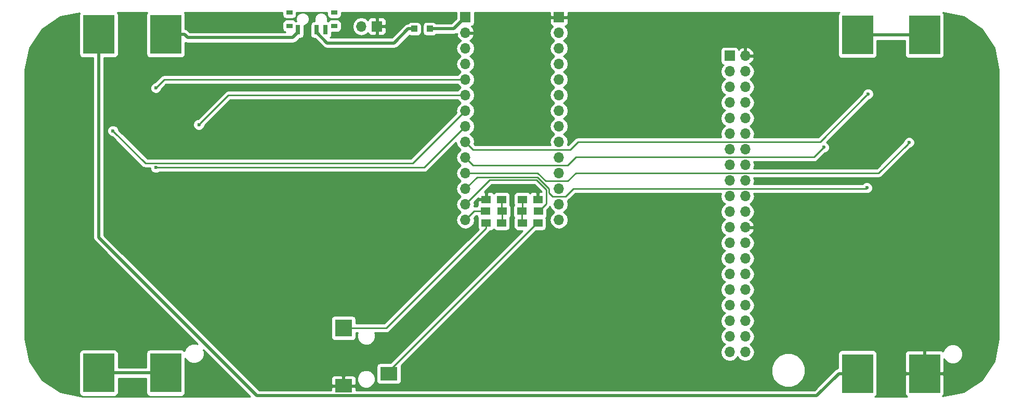
<source format=gbl>
G04 #@! TF.FileFunction,Copper,L2,Bot,Signal*
%FSLAX46Y46*%
G04 Gerber Fmt 4.6, Leading zero omitted, Abs format (unit mm)*
G04 Created by KiCad (PCBNEW 4.0.7-e0-6372~58~ubuntu16.10.1) date Tue Sep 25 01:01:21 2018*
%MOMM*%
%LPD*%
G01*
G04 APERTURE LIST*
%ADD10C,0.100000*%
%ADD11R,1.500000X1.300000*%
%ADD12R,1.700000X1.700000*%
%ADD13O,1.700000X1.700000*%
%ADD14R,1.500000X1.250000*%
%ADD15R,2.800000X2.200000*%
%ADD16R,2.800000X2.800000*%
%ADD17R,5.080000X6.350000*%
%ADD18R,1.000000X1.000000*%
%ADD19R,0.700000X1.500000*%
%ADD20R,1.000000X0.800000*%
%ADD21C,0.600000*%
%ADD22C,0.250000*%
%ADD23C,0.500000*%
%ADD24C,0.254000*%
G04 APERTURE END LIST*
D10*
D11*
X144300000Y-83100000D03*
X141600000Y-83100000D03*
D12*
X175460000Y-57800000D03*
D13*
X178000000Y-57800000D03*
X175460000Y-60340000D03*
X178000000Y-60340000D03*
X175460000Y-62880000D03*
X178000000Y-62880000D03*
X175460000Y-65420000D03*
X178000000Y-65420000D03*
X175460000Y-67960000D03*
X178000000Y-67960000D03*
X175460000Y-70500000D03*
X178000000Y-70500000D03*
X175460000Y-73040000D03*
X178000000Y-73040000D03*
X175460000Y-75580000D03*
X178000000Y-75580000D03*
X175460000Y-78120000D03*
X178000000Y-78120000D03*
X175460000Y-80660000D03*
X178000000Y-80660000D03*
X175460000Y-83200000D03*
X178000000Y-83200000D03*
X175460000Y-85740000D03*
X178000000Y-85740000D03*
X175460000Y-88280000D03*
X178000000Y-88280000D03*
X175460000Y-90820000D03*
X178000000Y-90820000D03*
X175460000Y-93360000D03*
X178000000Y-93360000D03*
X175460000Y-95900000D03*
X178000000Y-95900000D03*
X175460000Y-98440000D03*
X178000000Y-98440000D03*
X175460000Y-100980000D03*
X178000000Y-100980000D03*
X175460000Y-103520000D03*
X178000000Y-103520000D03*
X175460000Y-106060000D03*
X178000000Y-106060000D03*
D14*
X141700000Y-85000000D03*
X144200000Y-85000000D03*
X138300000Y-85000000D03*
X135800000Y-85000000D03*
X141700000Y-81200000D03*
X144200000Y-81200000D03*
X138300000Y-81200000D03*
X135800000Y-81200000D03*
D12*
X147650000Y-51499610D03*
D13*
X147650000Y-54039610D03*
X147650000Y-56579610D03*
X147650000Y-59119610D03*
X147650000Y-61659610D03*
X147650000Y-64199610D03*
X147650000Y-66739610D03*
X147650000Y-69279610D03*
X147650000Y-71819610D03*
X147650000Y-74359610D03*
X147650000Y-76899610D03*
X147650000Y-79439610D03*
X147650000Y-81979610D03*
X147650000Y-84519610D03*
D12*
X132410000Y-51499610D03*
D13*
X132410000Y-54039610D03*
X132410000Y-56579610D03*
X132410000Y-59119610D03*
X132410000Y-61659610D03*
X132410000Y-64199610D03*
X132410000Y-66739610D03*
X132410000Y-69279610D03*
X132410000Y-71819610D03*
X132410000Y-74359610D03*
X132410000Y-76899610D03*
X132410000Y-79439610D03*
X132410000Y-81979610D03*
X132410000Y-84519610D03*
D11*
X135700000Y-83100000D03*
X138400000Y-83100000D03*
D15*
X112550000Y-111550000D03*
X119950000Y-109550000D03*
D16*
X112550000Y-102150000D03*
D12*
X118000000Y-53000000D03*
D13*
X115460000Y-53000000D03*
D17*
X207200000Y-109540000D03*
X207200000Y-54400000D03*
X196290000Y-109540000D03*
X196290000Y-54400000D03*
X83600000Y-109440000D03*
X83600000Y-54300000D03*
X72690000Y-109440000D03*
X72690000Y-54300000D03*
D18*
X126600000Y-53400000D03*
X124100000Y-53400000D03*
D19*
X105150000Y-53560000D03*
X108150000Y-53560000D03*
X109650000Y-53560000D03*
D20*
X103750000Y-50700000D03*
X111050000Y-50700000D03*
X111050000Y-52910000D03*
X103750000Y-52910000D03*
D21*
X70800000Y-72700000D03*
X82000000Y-63000000D03*
X89000000Y-69000000D03*
X75000000Y-70000000D03*
X82000000Y-76000000D03*
X190800000Y-72700000D03*
X198000000Y-64000000D03*
X204700000Y-71900000D03*
X197800000Y-79300000D03*
D22*
X141600000Y-83100000D02*
X141600000Y-84900000D01*
X141600000Y-84900000D02*
X141700000Y-85000000D01*
X141700000Y-81200000D02*
X141700000Y-83000000D01*
X141700000Y-83000000D02*
X141600000Y-83100000D01*
X144200000Y-85000000D02*
X144075000Y-85000000D01*
X144075000Y-85000000D02*
X119950000Y-109125000D01*
X119950000Y-109125000D02*
X119950000Y-109550000D01*
X138400000Y-83100000D02*
X138400000Y-84900000D01*
X138400000Y-84900000D02*
X138300000Y-85000000D01*
X138300000Y-81200000D02*
X138300000Y-83000000D01*
X138300000Y-83000000D02*
X138400000Y-83100000D01*
X138400000Y-81300000D02*
X138300000Y-81200000D01*
X138300000Y-83200000D02*
X138400000Y-83100000D01*
X135800000Y-85000000D02*
X135800000Y-85875000D01*
X135800000Y-85875000D02*
X119525000Y-102150000D01*
X114200000Y-102150000D02*
X112550000Y-102150000D01*
X119525000Y-102150000D02*
X114200000Y-102150000D01*
X136389610Y-78000000D02*
X144000000Y-78000000D01*
X144000000Y-78000000D02*
X145600000Y-79600000D01*
X132410000Y-81979610D02*
X136389610Y-78000000D01*
X144400000Y-83100000D02*
X144300000Y-83100000D01*
X145600000Y-79600000D02*
X145600000Y-81900000D01*
X145600000Y-81900000D02*
X144400000Y-83100000D01*
X135700000Y-83100000D02*
X133829610Y-83100000D01*
X133829610Y-83100000D02*
X132410000Y-84519610D01*
X82000000Y-63000000D02*
X83340390Y-61659610D01*
X83340390Y-61659610D02*
X132410000Y-61659610D01*
X89299999Y-68700001D02*
X89000000Y-69000000D01*
X93800390Y-64199610D02*
X89299999Y-68700001D01*
X132410000Y-64199610D02*
X93800390Y-64199610D01*
X75000000Y-70000000D02*
X80300000Y-75300000D01*
X123849610Y-75300000D02*
X131560001Y-67589609D01*
X80300000Y-75300000D02*
X123849610Y-75300000D01*
X131560001Y-67589609D02*
X132410000Y-66739610D01*
X131560001Y-70129609D02*
X132410000Y-69279610D01*
X125689610Y-76000000D02*
X131560001Y-70129609D01*
X82000000Y-76000000D02*
X125689610Y-76000000D01*
X132410000Y-74359610D02*
X133650390Y-75600000D01*
X149100000Y-75600000D02*
X150400000Y-74300000D01*
X133650390Y-75600000D02*
X149100000Y-75600000D01*
X189200000Y-74300000D02*
X190500001Y-72999999D01*
X150400000Y-74300000D02*
X189200000Y-74300000D01*
X190500001Y-72999999D02*
X190800000Y-72700000D01*
X132410000Y-71819610D02*
X133690390Y-73100000D01*
X197700001Y-64299999D02*
X198000000Y-64000000D01*
X133690390Y-73100000D02*
X149500000Y-73100000D01*
X149500000Y-73100000D02*
X150800000Y-71800000D01*
X150800000Y-71800000D02*
X190200000Y-71800000D01*
X190200000Y-71800000D02*
X197700001Y-64299999D01*
X132410000Y-76899610D02*
X144172431Y-76899610D01*
X144172431Y-76899610D02*
X145472821Y-78200000D01*
X145472821Y-78200000D02*
X149100000Y-78200000D01*
X149100000Y-78200000D02*
X150440000Y-76860000D01*
X150440000Y-76860000D02*
X199740000Y-76860000D01*
X199740000Y-76860000D02*
X204400001Y-72199999D01*
X204400001Y-72199999D02*
X204700000Y-71900000D01*
X132410000Y-79439610D02*
X134299621Y-77549989D01*
X134299621Y-77549989D02*
X144186400Y-77549989D01*
X144186400Y-77549989D02*
X146050011Y-79413600D01*
X150000000Y-79400000D02*
X197700000Y-79400000D01*
X146050011Y-79413600D02*
X146050011Y-80113599D01*
X146050011Y-80113599D02*
X146636412Y-80700000D01*
X146636412Y-80700000D02*
X148700000Y-80700000D01*
X148700000Y-80700000D02*
X150000000Y-79400000D01*
X197700000Y-79400000D02*
X197800000Y-79300000D01*
D23*
X126600000Y-53400000D02*
X130509610Y-53400000D01*
X130509610Y-53400000D02*
X132410000Y-51499610D01*
X196290000Y-54400000D02*
X207200000Y-54400000D01*
X196290000Y-109540000D02*
X193250000Y-109540000D01*
X193250000Y-109540000D02*
X189630000Y-113160000D01*
X189630000Y-113160000D02*
X98460000Y-113160000D01*
X98460000Y-113160000D02*
X72690000Y-87390000D01*
X72690000Y-87390000D02*
X72690000Y-54300000D01*
X83600000Y-54300000D02*
X86640000Y-54300000D01*
X86640000Y-54300000D02*
X87150000Y-54810000D01*
X87150000Y-54810000D02*
X104300000Y-54810000D01*
X104300000Y-54810000D02*
X105150000Y-53960000D01*
X105150000Y-53960000D02*
X105150000Y-53560000D01*
X108150000Y-53560000D02*
X108150000Y-53960000D01*
X108150000Y-53960000D02*
X109890000Y-55700000D01*
X120800000Y-55700000D02*
X123100000Y-53400000D01*
X109890000Y-55700000D02*
X120800000Y-55700000D01*
X123100000Y-53400000D02*
X124100000Y-53400000D01*
X72690000Y-109440000D02*
X83600000Y-109440000D01*
D24*
G36*
X80463569Y-50873110D02*
X80412560Y-51125000D01*
X80412560Y-57475000D01*
X80456838Y-57710317D01*
X80595910Y-57926441D01*
X80808110Y-58071431D01*
X81060000Y-58122440D01*
X86140000Y-58122440D01*
X86375317Y-58078162D01*
X86591441Y-57939090D01*
X86736431Y-57726890D01*
X86787440Y-57475000D01*
X86787440Y-55611674D01*
X86811325Y-55627633D01*
X86867516Y-55638810D01*
X87150000Y-55695001D01*
X87150005Y-55695000D01*
X104299995Y-55695000D01*
X104300000Y-55695001D01*
X104582484Y-55638810D01*
X104638675Y-55627633D01*
X104925790Y-55435790D01*
X105404139Y-54957440D01*
X105500000Y-54957440D01*
X105735317Y-54913162D01*
X105951441Y-54774090D01*
X106096431Y-54561890D01*
X106147440Y-54310000D01*
X106147440Y-52871732D01*
X106296841Y-52810000D01*
X107152560Y-52810000D01*
X107152560Y-54310000D01*
X107196838Y-54545317D01*
X107335910Y-54761441D01*
X107548110Y-54906431D01*
X107800000Y-54957440D01*
X107895860Y-54957440D01*
X109264208Y-56325787D01*
X109264210Y-56325790D01*
X109456054Y-56453975D01*
X109551326Y-56517634D01*
X109890000Y-56585001D01*
X109890005Y-56585000D01*
X120799995Y-56585000D01*
X120800000Y-56585001D01*
X121082484Y-56528810D01*
X121138675Y-56517633D01*
X121425790Y-56325790D01*
X123292883Y-54458696D01*
X123348110Y-54496431D01*
X123600000Y-54547440D01*
X124600000Y-54547440D01*
X124835317Y-54503162D01*
X125051441Y-54364090D01*
X125196431Y-54151890D01*
X125247440Y-53900000D01*
X125247440Y-52900000D01*
X125203162Y-52664683D01*
X125064090Y-52448559D01*
X124851890Y-52303569D01*
X124600000Y-52252560D01*
X123600000Y-52252560D01*
X123364683Y-52296838D01*
X123148559Y-52435910D01*
X123093658Y-52516261D01*
X122761325Y-52582367D01*
X122474210Y-52774210D01*
X122474208Y-52774213D01*
X120433420Y-54815000D01*
X110387865Y-54815000D01*
X110451441Y-54774090D01*
X110596431Y-54561890D01*
X110647440Y-54310000D01*
X110647440Y-53957440D01*
X111550000Y-53957440D01*
X111785317Y-53913162D01*
X112001441Y-53774090D01*
X112146431Y-53561890D01*
X112197440Y-53310000D01*
X112197440Y-52970907D01*
X113975000Y-52970907D01*
X113975000Y-53029093D01*
X114088039Y-53597378D01*
X114409946Y-54079147D01*
X114891715Y-54401054D01*
X115460000Y-54514093D01*
X116028285Y-54401054D01*
X116510054Y-54079147D01*
X116539403Y-54035223D01*
X116611673Y-54209698D01*
X116790301Y-54388327D01*
X117023690Y-54485000D01*
X117714250Y-54485000D01*
X117873000Y-54326250D01*
X117873000Y-53127000D01*
X118127000Y-53127000D01*
X118127000Y-54326250D01*
X118285750Y-54485000D01*
X118976310Y-54485000D01*
X119209699Y-54388327D01*
X119388327Y-54209698D01*
X119485000Y-53976309D01*
X119485000Y-53285750D01*
X119326250Y-53127000D01*
X118127000Y-53127000D01*
X117873000Y-53127000D01*
X117853000Y-53127000D01*
X117853000Y-52873000D01*
X117873000Y-52873000D01*
X117873000Y-51673750D01*
X118127000Y-51673750D01*
X118127000Y-52873000D01*
X119326250Y-52873000D01*
X119485000Y-52714250D01*
X119485000Y-52023691D01*
X119388327Y-51790302D01*
X119209699Y-51611673D01*
X118976310Y-51515000D01*
X118285750Y-51515000D01*
X118127000Y-51673750D01*
X117873000Y-51673750D01*
X117714250Y-51515000D01*
X117023690Y-51515000D01*
X116790301Y-51611673D01*
X116611673Y-51790302D01*
X116539403Y-51964777D01*
X116510054Y-51920853D01*
X116028285Y-51598946D01*
X115460000Y-51485907D01*
X114891715Y-51598946D01*
X114409946Y-51920853D01*
X114088039Y-52402622D01*
X113975000Y-52970907D01*
X112197440Y-52970907D01*
X112197440Y-52510000D01*
X112153162Y-52274683D01*
X112014090Y-52058559D01*
X111801890Y-51913569D01*
X111550000Y-51862560D01*
X110550000Y-51862560D01*
X110314683Y-51906838D01*
X110098559Y-52045910D01*
X110016564Y-52165914D01*
X110000000Y-52162560D01*
X109924272Y-52162560D01*
X109984811Y-52016767D01*
X109985188Y-51585127D01*
X109820354Y-51186200D01*
X109515405Y-50880718D01*
X109116767Y-50715189D01*
X108685127Y-50714812D01*
X108286200Y-50879646D01*
X107980718Y-51184595D01*
X107815189Y-51583233D01*
X107814812Y-52014873D01*
X107875835Y-52162560D01*
X107800000Y-52162560D01*
X107564683Y-52206838D01*
X107348559Y-52345910D01*
X107203569Y-52558110D01*
X107152560Y-52810000D01*
X106296841Y-52810000D01*
X106513800Y-52720354D01*
X106819282Y-52415405D01*
X106984811Y-52016767D01*
X106985188Y-51585127D01*
X106820354Y-51186200D01*
X106515405Y-50880718D01*
X106116767Y-50715189D01*
X105685127Y-50714812D01*
X105286200Y-50879646D01*
X104980718Y-51184595D01*
X104815189Y-51583233D01*
X104814812Y-52014873D01*
X104875835Y-52162560D01*
X104800000Y-52162560D01*
X104783063Y-52165747D01*
X104714090Y-52058559D01*
X104501890Y-51913569D01*
X104250000Y-51862560D01*
X103250000Y-51862560D01*
X103014683Y-51906838D01*
X102798559Y-52045910D01*
X102653569Y-52258110D01*
X102602560Y-52510000D01*
X102602560Y-53310000D01*
X102646838Y-53545317D01*
X102785910Y-53761441D01*
X102998110Y-53906431D01*
X103089806Y-53925000D01*
X87516580Y-53925000D01*
X87265790Y-53674210D01*
X86978675Y-53482367D01*
X86922484Y-53471190D01*
X86787440Y-53444327D01*
X86787440Y-51125000D01*
X86743162Y-50889683D01*
X86627539Y-50710000D01*
X102602560Y-50710000D01*
X102602560Y-51100000D01*
X102646838Y-51335317D01*
X102785910Y-51551441D01*
X102998110Y-51696431D01*
X103250000Y-51747440D01*
X104250000Y-51747440D01*
X104485317Y-51703162D01*
X104701441Y-51564090D01*
X104846431Y-51351890D01*
X104897440Y-51100000D01*
X104897440Y-50710000D01*
X109902560Y-50710000D01*
X109902560Y-51100000D01*
X109946838Y-51335317D01*
X110085910Y-51551441D01*
X110298110Y-51696431D01*
X110550000Y-51747440D01*
X111550000Y-51747440D01*
X111785317Y-51703162D01*
X112001441Y-51564090D01*
X112146431Y-51351890D01*
X112197440Y-51100000D01*
X112197440Y-50710000D01*
X130912560Y-50710000D01*
X130912560Y-51745471D01*
X130143030Y-52515000D01*
X127606844Y-52515000D01*
X127564090Y-52448559D01*
X127351890Y-52303569D01*
X127100000Y-52252560D01*
X126100000Y-52252560D01*
X125864683Y-52296838D01*
X125648559Y-52435910D01*
X125503569Y-52648110D01*
X125452560Y-52900000D01*
X125452560Y-53900000D01*
X125496838Y-54135317D01*
X125635910Y-54351441D01*
X125848110Y-54496431D01*
X126100000Y-54547440D01*
X127100000Y-54547440D01*
X127335317Y-54503162D01*
X127551441Y-54364090D01*
X127605481Y-54285000D01*
X130509605Y-54285000D01*
X130509610Y-54285001D01*
X130792094Y-54228810D01*
X130848285Y-54217633D01*
X130925000Y-54166374D01*
X130925000Y-54166612D01*
X131089844Y-54166612D01*
X130968524Y-54396500D01*
X131138355Y-54806534D01*
X131528642Y-55234793D01*
X131671553Y-55301908D01*
X131330853Y-55529556D01*
X131008946Y-56011325D01*
X130895907Y-56579610D01*
X131008946Y-57147895D01*
X131330853Y-57629664D01*
X131660026Y-57849610D01*
X131330853Y-58069556D01*
X131008946Y-58551325D01*
X130895907Y-59119610D01*
X131008946Y-59687895D01*
X131330853Y-60169664D01*
X131660026Y-60389610D01*
X131330853Y-60609556D01*
X131137046Y-60899610D01*
X83340390Y-60899610D01*
X83049551Y-60957462D01*
X82802989Y-61122209D01*
X81860320Y-62064878D01*
X81814833Y-62064838D01*
X81471057Y-62206883D01*
X81207808Y-62469673D01*
X81065162Y-62813201D01*
X81064838Y-63185167D01*
X81206883Y-63528943D01*
X81469673Y-63792192D01*
X81813201Y-63934838D01*
X82185167Y-63935162D01*
X82528943Y-63793117D01*
X82792192Y-63530327D01*
X82934838Y-63186799D01*
X82934879Y-63139923D01*
X83655192Y-62419610D01*
X131137046Y-62419610D01*
X131330853Y-62709664D01*
X131660026Y-62929610D01*
X131330853Y-63149556D01*
X131137046Y-63439610D01*
X93800390Y-63439610D01*
X93509551Y-63497462D01*
X93262989Y-63662209D01*
X88860320Y-68064878D01*
X88814833Y-68064838D01*
X88471057Y-68206883D01*
X88207808Y-68469673D01*
X88065162Y-68813201D01*
X88064838Y-69185167D01*
X88206883Y-69528943D01*
X88469673Y-69792192D01*
X88813201Y-69934838D01*
X89185167Y-69935162D01*
X89528943Y-69793117D01*
X89792192Y-69530327D01*
X89934838Y-69186799D01*
X89934879Y-69139923D01*
X94115192Y-64959610D01*
X131137046Y-64959610D01*
X131330853Y-65249664D01*
X131660026Y-65469610D01*
X131330853Y-65689556D01*
X131008946Y-66171325D01*
X130895907Y-66739610D01*
X130968790Y-67106018D01*
X123534808Y-74540000D01*
X80614802Y-74540000D01*
X75935122Y-69860320D01*
X75935162Y-69814833D01*
X75793117Y-69471057D01*
X75530327Y-69207808D01*
X75186799Y-69065162D01*
X74814833Y-69064838D01*
X74471057Y-69206883D01*
X74207808Y-69469673D01*
X74065162Y-69813201D01*
X74064838Y-70185167D01*
X74206883Y-70528943D01*
X74469673Y-70792192D01*
X74813201Y-70934838D01*
X74860077Y-70934879D01*
X79762599Y-75837401D01*
X80009161Y-76002148D01*
X80300000Y-76060000D01*
X81064947Y-76060000D01*
X81064838Y-76185167D01*
X81206883Y-76528943D01*
X81469673Y-76792192D01*
X81813201Y-76934838D01*
X82185167Y-76935162D01*
X82528943Y-76793117D01*
X82562118Y-76760000D01*
X125689610Y-76760000D01*
X125980449Y-76702148D01*
X126227011Y-76537401D01*
X130904019Y-71860393D01*
X131008946Y-72387895D01*
X131330853Y-72869664D01*
X131660026Y-73089610D01*
X131330853Y-73309556D01*
X131008946Y-73791325D01*
X130895907Y-74359610D01*
X131008946Y-74927895D01*
X131330853Y-75409664D01*
X131660026Y-75629610D01*
X131330853Y-75849556D01*
X131008946Y-76331325D01*
X130895907Y-76899610D01*
X131008946Y-77467895D01*
X131330853Y-77949664D01*
X131660026Y-78169610D01*
X131330853Y-78389556D01*
X131008946Y-78871325D01*
X130895907Y-79439610D01*
X131008946Y-80007895D01*
X131330853Y-80489664D01*
X131660026Y-80709610D01*
X131330853Y-80929556D01*
X131008946Y-81411325D01*
X130895907Y-81979610D01*
X131008946Y-82547895D01*
X131330853Y-83029664D01*
X131660026Y-83249610D01*
X131330853Y-83469556D01*
X131008946Y-83951325D01*
X130895907Y-84519610D01*
X131008946Y-85087895D01*
X131330853Y-85569664D01*
X131812622Y-85891571D01*
X132380907Y-86004610D01*
X132439093Y-86004610D01*
X133007378Y-85891571D01*
X133489147Y-85569664D01*
X133811054Y-85087895D01*
X133924093Y-84519610D01*
X133851210Y-84153202D01*
X134144412Y-83860000D01*
X134323258Y-83860000D01*
X134346838Y-83985317D01*
X134449245Y-84144462D01*
X134402560Y-84375000D01*
X134402560Y-85625000D01*
X134446838Y-85860317D01*
X134561575Y-86038623D01*
X119210198Y-101390000D01*
X114597440Y-101390000D01*
X114597440Y-100750000D01*
X114553162Y-100514683D01*
X114414090Y-100298559D01*
X114201890Y-100153569D01*
X113950000Y-100102560D01*
X111150000Y-100102560D01*
X110914683Y-100146838D01*
X110698559Y-100285910D01*
X110553569Y-100498110D01*
X110502560Y-100750000D01*
X110502560Y-103550000D01*
X110546838Y-103785317D01*
X110685910Y-104001441D01*
X110898110Y-104146431D01*
X111150000Y-104197440D01*
X113950000Y-104197440D01*
X114185317Y-104153162D01*
X114401441Y-104014090D01*
X114546431Y-103801890D01*
X114597440Y-103550000D01*
X114597440Y-102910000D01*
X114866293Y-102910000D01*
X114765258Y-103153319D01*
X114764743Y-103744089D01*
X114990344Y-104290086D01*
X115407717Y-104708188D01*
X115953319Y-104934742D01*
X116544089Y-104935257D01*
X117090086Y-104709656D01*
X117508188Y-104292283D01*
X117734742Y-103746681D01*
X117735257Y-103155911D01*
X117633649Y-102910000D01*
X119525000Y-102910000D01*
X119815839Y-102852148D01*
X120062401Y-102687401D01*
X136337401Y-86412401D01*
X136430920Y-86272440D01*
X136550000Y-86272440D01*
X136785317Y-86228162D01*
X137001441Y-86089090D01*
X137049134Y-86019289D01*
X137085910Y-86076441D01*
X137298110Y-86221431D01*
X137550000Y-86272440D01*
X139050000Y-86272440D01*
X139285317Y-86228162D01*
X139501441Y-86089090D01*
X139646431Y-85876890D01*
X139697440Y-85625000D01*
X139697440Y-84375000D01*
X139653162Y-84139683D01*
X139652735Y-84139019D01*
X139746431Y-84001890D01*
X139797440Y-83750000D01*
X139797440Y-82450000D01*
X139753162Y-82214683D01*
X139650755Y-82055538D01*
X139697440Y-81825000D01*
X139697440Y-80575000D01*
X139653162Y-80339683D01*
X139514090Y-80123559D01*
X139301890Y-79978569D01*
X139050000Y-79927560D01*
X137550000Y-79927560D01*
X137314683Y-79971838D01*
X137098559Y-80110910D01*
X137052031Y-80179006D01*
X136909698Y-80036673D01*
X136676309Y-79940000D01*
X136085750Y-79940000D01*
X135927000Y-80098750D01*
X135927000Y-81073000D01*
X135947000Y-81073000D01*
X135947000Y-81327000D01*
X135927000Y-81327000D01*
X135927000Y-81347000D01*
X135673000Y-81347000D01*
X135673000Y-81327000D01*
X134573750Y-81327000D01*
X134415000Y-81485750D01*
X134415000Y-81951310D01*
X134455460Y-82048988D01*
X134353569Y-82198110D01*
X134324836Y-82340000D01*
X133852407Y-82340000D01*
X133924093Y-81979610D01*
X133851210Y-81613202D01*
X134482581Y-80981831D01*
X134573750Y-81073000D01*
X135673000Y-81073000D01*
X135673000Y-80098750D01*
X135519331Y-79945081D01*
X136704412Y-78760000D01*
X143685198Y-78760000D01*
X144840000Y-79914802D01*
X144840000Y-79940000D01*
X144485750Y-79940000D01*
X144327000Y-80098750D01*
X144327000Y-81073000D01*
X144347000Y-81073000D01*
X144347000Y-81327000D01*
X144327000Y-81327000D01*
X144327000Y-81347000D01*
X144073000Y-81347000D01*
X144073000Y-81327000D01*
X144053000Y-81327000D01*
X144053000Y-81073000D01*
X144073000Y-81073000D01*
X144073000Y-80098750D01*
X143914250Y-79940000D01*
X143323691Y-79940000D01*
X143090302Y-80036673D01*
X142949064Y-80177910D01*
X142914090Y-80123559D01*
X142701890Y-79978569D01*
X142450000Y-79927560D01*
X140950000Y-79927560D01*
X140714683Y-79971838D01*
X140498559Y-80110910D01*
X140353569Y-80323110D01*
X140302560Y-80575000D01*
X140302560Y-81825000D01*
X140346838Y-82060317D01*
X140347265Y-82060981D01*
X140253569Y-82198110D01*
X140202560Y-82450000D01*
X140202560Y-83750000D01*
X140246838Y-83985317D01*
X140349245Y-84144462D01*
X140302560Y-84375000D01*
X140302560Y-85625000D01*
X140346838Y-85860317D01*
X140485910Y-86076441D01*
X140698110Y-86221431D01*
X140950000Y-86272440D01*
X141727758Y-86272440D01*
X120197638Y-107802560D01*
X118550000Y-107802560D01*
X118314683Y-107846838D01*
X118098559Y-107985910D01*
X117953569Y-108198110D01*
X117902560Y-108450000D01*
X117902560Y-110650000D01*
X117946838Y-110885317D01*
X118085910Y-111101441D01*
X118298110Y-111246431D01*
X118550000Y-111297440D01*
X121350000Y-111297440D01*
X121585317Y-111253162D01*
X121801441Y-111114090D01*
X121946431Y-110901890D01*
X121997440Y-110650000D01*
X121997440Y-109551540D01*
X182214518Y-109551540D01*
X182637616Y-110575515D01*
X183420365Y-111359631D01*
X184443599Y-111784515D01*
X185551540Y-111785482D01*
X186575515Y-111362384D01*
X187359631Y-110579635D01*
X187784515Y-109556401D01*
X187785482Y-108448460D01*
X187362384Y-107424485D01*
X186579635Y-106640369D01*
X185556401Y-106215485D01*
X184448460Y-106214518D01*
X183424485Y-106637616D01*
X182640369Y-107420365D01*
X182215485Y-108443599D01*
X182214518Y-109551540D01*
X121997440Y-109551540D01*
X121997440Y-108450000D01*
X121953162Y-108214683D01*
X121946098Y-108203704D01*
X143877362Y-86272440D01*
X144950000Y-86272440D01*
X145185317Y-86228162D01*
X145401441Y-86089090D01*
X145546431Y-85876890D01*
X145597440Y-85625000D01*
X145597440Y-84375000D01*
X145553162Y-84139683D01*
X145552735Y-84139019D01*
X145646431Y-84001890D01*
X145697440Y-83750000D01*
X145697440Y-82877362D01*
X146137401Y-82437401D01*
X146206421Y-82334106D01*
X146248946Y-82547895D01*
X146570853Y-83029664D01*
X146900026Y-83249610D01*
X146570853Y-83469556D01*
X146248946Y-83951325D01*
X146135907Y-84519610D01*
X146248946Y-85087895D01*
X146570853Y-85569664D01*
X147052622Y-85891571D01*
X147620907Y-86004610D01*
X147679093Y-86004610D01*
X148247378Y-85891571D01*
X148729147Y-85569664D01*
X149051054Y-85087895D01*
X149164093Y-84519610D01*
X149051054Y-83951325D01*
X148729147Y-83469556D01*
X148399974Y-83249610D01*
X148729147Y-83029664D01*
X149051054Y-82547895D01*
X149164093Y-81979610D01*
X149051054Y-81411325D01*
X149028229Y-81377165D01*
X149237401Y-81237401D01*
X150314802Y-80160000D01*
X174045363Y-80160000D01*
X173945907Y-80660000D01*
X174058946Y-81228285D01*
X174380853Y-81710054D01*
X174710026Y-81930000D01*
X174380853Y-82149946D01*
X174058946Y-82631715D01*
X173945907Y-83200000D01*
X174058946Y-83768285D01*
X174380853Y-84250054D01*
X174710026Y-84470000D01*
X174380853Y-84689946D01*
X174058946Y-85171715D01*
X173945907Y-85740000D01*
X174058946Y-86308285D01*
X174380853Y-86790054D01*
X174710026Y-87010000D01*
X174380853Y-87229946D01*
X174058946Y-87711715D01*
X173945907Y-88280000D01*
X174058946Y-88848285D01*
X174380853Y-89330054D01*
X174710026Y-89550000D01*
X174380853Y-89769946D01*
X174058946Y-90251715D01*
X173945907Y-90820000D01*
X174058946Y-91388285D01*
X174380853Y-91870054D01*
X174710026Y-92090000D01*
X174380853Y-92309946D01*
X174058946Y-92791715D01*
X173945907Y-93360000D01*
X174058946Y-93928285D01*
X174380853Y-94410054D01*
X174710026Y-94630000D01*
X174380853Y-94849946D01*
X174058946Y-95331715D01*
X173945907Y-95900000D01*
X174058946Y-96468285D01*
X174380853Y-96950054D01*
X174710026Y-97170000D01*
X174380853Y-97389946D01*
X174058946Y-97871715D01*
X173945907Y-98440000D01*
X174058946Y-99008285D01*
X174380853Y-99490054D01*
X174710026Y-99710000D01*
X174380853Y-99929946D01*
X174058946Y-100411715D01*
X173945907Y-100980000D01*
X174058946Y-101548285D01*
X174380853Y-102030054D01*
X174710026Y-102250000D01*
X174380853Y-102469946D01*
X174058946Y-102951715D01*
X173945907Y-103520000D01*
X174058946Y-104088285D01*
X174380853Y-104570054D01*
X174710026Y-104790000D01*
X174380853Y-105009946D01*
X174058946Y-105491715D01*
X173945907Y-106060000D01*
X174058946Y-106628285D01*
X174380853Y-107110054D01*
X174862622Y-107431961D01*
X175430907Y-107545000D01*
X175489093Y-107545000D01*
X176057378Y-107431961D01*
X176539147Y-107110054D01*
X176730000Y-106824422D01*
X176920853Y-107110054D01*
X177402622Y-107431961D01*
X177970907Y-107545000D01*
X178029093Y-107545000D01*
X178597378Y-107431961D01*
X179079147Y-107110054D01*
X179401054Y-106628285D01*
X179514093Y-106060000D01*
X179401054Y-105491715D01*
X179079147Y-105009946D01*
X178749974Y-104790000D01*
X179079147Y-104570054D01*
X179401054Y-104088285D01*
X179514093Y-103520000D01*
X179401054Y-102951715D01*
X179079147Y-102469946D01*
X178749974Y-102250000D01*
X179079147Y-102030054D01*
X179401054Y-101548285D01*
X179514093Y-100980000D01*
X179401054Y-100411715D01*
X179079147Y-99929946D01*
X178749974Y-99710000D01*
X179079147Y-99490054D01*
X179401054Y-99008285D01*
X179514093Y-98440000D01*
X179401054Y-97871715D01*
X179079147Y-97389946D01*
X178749974Y-97170000D01*
X179079147Y-96950054D01*
X179401054Y-96468285D01*
X179514093Y-95900000D01*
X179401054Y-95331715D01*
X179079147Y-94849946D01*
X178749974Y-94630000D01*
X179079147Y-94410054D01*
X179401054Y-93928285D01*
X179514093Y-93360000D01*
X179401054Y-92791715D01*
X179079147Y-92309946D01*
X178749974Y-92090000D01*
X179079147Y-91870054D01*
X179401054Y-91388285D01*
X179514093Y-90820000D01*
X179401054Y-90251715D01*
X179079147Y-89769946D01*
X178749974Y-89550000D01*
X179079147Y-89330054D01*
X179401054Y-88848285D01*
X179514093Y-88280000D01*
X179401054Y-87711715D01*
X179079147Y-87229946D01*
X178738447Y-87002298D01*
X178881358Y-86935183D01*
X179271645Y-86506924D01*
X179441476Y-86096890D01*
X179320155Y-85867000D01*
X178127000Y-85867000D01*
X178127000Y-85887000D01*
X177873000Y-85887000D01*
X177873000Y-85867000D01*
X177853000Y-85867000D01*
X177853000Y-85613000D01*
X177873000Y-85613000D01*
X177873000Y-85593000D01*
X178127000Y-85593000D01*
X178127000Y-85613000D01*
X179320155Y-85613000D01*
X179441476Y-85383110D01*
X179271645Y-84973076D01*
X178881358Y-84544817D01*
X178738447Y-84477702D01*
X179079147Y-84250054D01*
X179401054Y-83768285D01*
X179514093Y-83200000D01*
X179401054Y-82631715D01*
X179079147Y-82149946D01*
X178749974Y-81930000D01*
X179079147Y-81710054D01*
X179401054Y-81228285D01*
X179514093Y-80660000D01*
X179414637Y-80160000D01*
X197432972Y-80160000D01*
X197613201Y-80234838D01*
X197985167Y-80235162D01*
X198328943Y-80093117D01*
X198592192Y-79830327D01*
X198734838Y-79486799D01*
X198735162Y-79114833D01*
X198593117Y-78771057D01*
X198330327Y-78507808D01*
X197986799Y-78365162D01*
X197614833Y-78364838D01*
X197271057Y-78506883D01*
X197137707Y-78640000D01*
X179410658Y-78640000D01*
X179514093Y-78120000D01*
X179414637Y-77620000D01*
X199740000Y-77620000D01*
X200030839Y-77562148D01*
X200277401Y-77397401D01*
X204839680Y-72835122D01*
X204885167Y-72835162D01*
X205228943Y-72693117D01*
X205492192Y-72430327D01*
X205634838Y-72086799D01*
X205635162Y-71714833D01*
X205493117Y-71371057D01*
X205230327Y-71107808D01*
X204886799Y-70965162D01*
X204514833Y-70964838D01*
X204171057Y-71106883D01*
X203907808Y-71369673D01*
X203765162Y-71713201D01*
X203765121Y-71760077D01*
X199425198Y-76100000D01*
X179410658Y-76100000D01*
X179514093Y-75580000D01*
X179410658Y-75060000D01*
X189200000Y-75060000D01*
X189490839Y-75002148D01*
X189737401Y-74837401D01*
X190939680Y-73635122D01*
X190985167Y-73635162D01*
X191328943Y-73493117D01*
X191592192Y-73230327D01*
X191734838Y-72886799D01*
X191735162Y-72514833D01*
X191593117Y-72171057D01*
X191330327Y-71907808D01*
X191214917Y-71859885D01*
X198139680Y-64935122D01*
X198185167Y-64935162D01*
X198528943Y-64793117D01*
X198792192Y-64530327D01*
X198934838Y-64186799D01*
X198935162Y-63814833D01*
X198793117Y-63471057D01*
X198530327Y-63207808D01*
X198186799Y-63065162D01*
X197814833Y-63064838D01*
X197471057Y-63206883D01*
X197207808Y-63469673D01*
X197065162Y-63813201D01*
X197065121Y-63860077D01*
X189885198Y-71040000D01*
X179406680Y-71040000D01*
X179514093Y-70500000D01*
X179401054Y-69931715D01*
X179079147Y-69449946D01*
X178749974Y-69230000D01*
X179079147Y-69010054D01*
X179401054Y-68528285D01*
X179514093Y-67960000D01*
X179401054Y-67391715D01*
X179079147Y-66909946D01*
X178749974Y-66690000D01*
X179079147Y-66470054D01*
X179401054Y-65988285D01*
X179514093Y-65420000D01*
X179401054Y-64851715D01*
X179079147Y-64369946D01*
X178749974Y-64150000D01*
X179079147Y-63930054D01*
X179401054Y-63448285D01*
X179514093Y-62880000D01*
X179401054Y-62311715D01*
X179079147Y-61829946D01*
X178749974Y-61610000D01*
X179079147Y-61390054D01*
X179401054Y-60908285D01*
X179514093Y-60340000D01*
X179401054Y-59771715D01*
X179079147Y-59289946D01*
X178738447Y-59062298D01*
X178881358Y-58995183D01*
X179271645Y-58566924D01*
X179441476Y-58156890D01*
X179320155Y-57927000D01*
X178127000Y-57927000D01*
X178127000Y-57947000D01*
X177873000Y-57947000D01*
X177873000Y-57927000D01*
X177853000Y-57927000D01*
X177853000Y-57673000D01*
X177873000Y-57673000D01*
X177873000Y-56479181D01*
X178127000Y-56479181D01*
X178127000Y-57673000D01*
X179320155Y-57673000D01*
X179441476Y-57443110D01*
X179271645Y-57033076D01*
X178881358Y-56604817D01*
X178356892Y-56358514D01*
X178127000Y-56479181D01*
X177873000Y-56479181D01*
X177643108Y-56358514D01*
X177118642Y-56604817D01*
X176931192Y-56810504D01*
X176913162Y-56714683D01*
X176774090Y-56498559D01*
X176561890Y-56353569D01*
X176310000Y-56302560D01*
X174610000Y-56302560D01*
X174374683Y-56346838D01*
X174158559Y-56485910D01*
X174013569Y-56698110D01*
X173962560Y-56950000D01*
X173962560Y-58650000D01*
X174006838Y-58885317D01*
X174145910Y-59101441D01*
X174358110Y-59246431D01*
X174425541Y-59260086D01*
X174380853Y-59289946D01*
X174058946Y-59771715D01*
X173945907Y-60340000D01*
X174058946Y-60908285D01*
X174380853Y-61390054D01*
X174710026Y-61610000D01*
X174380853Y-61829946D01*
X174058946Y-62311715D01*
X173945907Y-62880000D01*
X174058946Y-63448285D01*
X174380853Y-63930054D01*
X174710026Y-64150000D01*
X174380853Y-64369946D01*
X174058946Y-64851715D01*
X173945907Y-65420000D01*
X174058946Y-65988285D01*
X174380853Y-66470054D01*
X174710026Y-66690000D01*
X174380853Y-66909946D01*
X174058946Y-67391715D01*
X173945907Y-67960000D01*
X174058946Y-68528285D01*
X174380853Y-69010054D01*
X174710026Y-69230000D01*
X174380853Y-69449946D01*
X174058946Y-69931715D01*
X173945907Y-70500000D01*
X174053320Y-71040000D01*
X150800000Y-71040000D01*
X150509161Y-71097852D01*
X150262599Y-71262599D01*
X149185198Y-72340000D01*
X149060581Y-72340000D01*
X149164093Y-71819610D01*
X149051054Y-71251325D01*
X148729147Y-70769556D01*
X148399974Y-70549610D01*
X148729147Y-70329664D01*
X149051054Y-69847895D01*
X149164093Y-69279610D01*
X149051054Y-68711325D01*
X148729147Y-68229556D01*
X148399974Y-68009610D01*
X148729147Y-67789664D01*
X149051054Y-67307895D01*
X149164093Y-66739610D01*
X149051054Y-66171325D01*
X148729147Y-65689556D01*
X148399974Y-65469610D01*
X148729147Y-65249664D01*
X149051054Y-64767895D01*
X149164093Y-64199610D01*
X149051054Y-63631325D01*
X148729147Y-63149556D01*
X148399974Y-62929610D01*
X148729147Y-62709664D01*
X149051054Y-62227895D01*
X149164093Y-61659610D01*
X149051054Y-61091325D01*
X148729147Y-60609556D01*
X148399974Y-60389610D01*
X148729147Y-60169664D01*
X149051054Y-59687895D01*
X149164093Y-59119610D01*
X149051054Y-58551325D01*
X148729147Y-58069556D01*
X148399974Y-57849610D01*
X148729147Y-57629664D01*
X149051054Y-57147895D01*
X149164093Y-56579610D01*
X149051054Y-56011325D01*
X148729147Y-55529556D01*
X148399974Y-55309610D01*
X148729147Y-55089664D01*
X149051054Y-54607895D01*
X149164093Y-54039610D01*
X149051054Y-53471325D01*
X148729147Y-52989556D01*
X148685223Y-52960207D01*
X148859698Y-52887937D01*
X149038327Y-52709309D01*
X149135000Y-52475920D01*
X149135000Y-51785360D01*
X148976250Y-51626610D01*
X147777000Y-51626610D01*
X147777000Y-51646610D01*
X147523000Y-51646610D01*
X147523000Y-51626610D01*
X146323750Y-51626610D01*
X146165000Y-51785360D01*
X146165000Y-52475920D01*
X146261673Y-52709309D01*
X146440302Y-52887937D01*
X146614777Y-52960207D01*
X146570853Y-52989556D01*
X146248946Y-53471325D01*
X146135907Y-54039610D01*
X146248946Y-54607895D01*
X146570853Y-55089664D01*
X146900026Y-55309610D01*
X146570853Y-55529556D01*
X146248946Y-56011325D01*
X146135907Y-56579610D01*
X146248946Y-57147895D01*
X146570853Y-57629664D01*
X146900026Y-57849610D01*
X146570853Y-58069556D01*
X146248946Y-58551325D01*
X146135907Y-59119610D01*
X146248946Y-59687895D01*
X146570853Y-60169664D01*
X146900026Y-60389610D01*
X146570853Y-60609556D01*
X146248946Y-61091325D01*
X146135907Y-61659610D01*
X146248946Y-62227895D01*
X146570853Y-62709664D01*
X146900026Y-62929610D01*
X146570853Y-63149556D01*
X146248946Y-63631325D01*
X146135907Y-64199610D01*
X146248946Y-64767895D01*
X146570853Y-65249664D01*
X146900026Y-65469610D01*
X146570853Y-65689556D01*
X146248946Y-66171325D01*
X146135907Y-66739610D01*
X146248946Y-67307895D01*
X146570853Y-67789664D01*
X146900026Y-68009610D01*
X146570853Y-68229556D01*
X146248946Y-68711325D01*
X146135907Y-69279610D01*
X146248946Y-69847895D01*
X146570853Y-70329664D01*
X146900026Y-70549610D01*
X146570853Y-70769556D01*
X146248946Y-71251325D01*
X146135907Y-71819610D01*
X146239419Y-72340000D01*
X134005192Y-72340000D01*
X133851210Y-72186018D01*
X133924093Y-71819610D01*
X133811054Y-71251325D01*
X133489147Y-70769556D01*
X133159974Y-70549610D01*
X133489147Y-70329664D01*
X133811054Y-69847895D01*
X133924093Y-69279610D01*
X133811054Y-68711325D01*
X133489147Y-68229556D01*
X133159974Y-68009610D01*
X133489147Y-67789664D01*
X133811054Y-67307895D01*
X133924093Y-66739610D01*
X133811054Y-66171325D01*
X133489147Y-65689556D01*
X133159974Y-65469610D01*
X133489147Y-65249664D01*
X133811054Y-64767895D01*
X133924093Y-64199610D01*
X133811054Y-63631325D01*
X133489147Y-63149556D01*
X133159974Y-62929610D01*
X133489147Y-62709664D01*
X133811054Y-62227895D01*
X133924093Y-61659610D01*
X133811054Y-61091325D01*
X133489147Y-60609556D01*
X133159974Y-60389610D01*
X133489147Y-60169664D01*
X133811054Y-59687895D01*
X133924093Y-59119610D01*
X133811054Y-58551325D01*
X133489147Y-58069556D01*
X133159974Y-57849610D01*
X133489147Y-57629664D01*
X133811054Y-57147895D01*
X133924093Y-56579610D01*
X133811054Y-56011325D01*
X133489147Y-55529556D01*
X133148447Y-55301908D01*
X133291358Y-55234793D01*
X133681645Y-54806534D01*
X133851476Y-54396500D01*
X133730155Y-54166610D01*
X132537000Y-54166610D01*
X132537000Y-54186610D01*
X132283000Y-54186610D01*
X132283000Y-54166610D01*
X132263000Y-54166610D01*
X132263000Y-53912610D01*
X132283000Y-53912610D01*
X132283000Y-53892610D01*
X132537000Y-53892610D01*
X132537000Y-53912610D01*
X133730155Y-53912610D01*
X133851476Y-53682720D01*
X133681645Y-53272686D01*
X133405499Y-52969673D01*
X133495317Y-52952772D01*
X133711441Y-52813700D01*
X133856431Y-52601500D01*
X133907440Y-52349610D01*
X133907440Y-50710000D01*
X146165000Y-50710000D01*
X146165000Y-51213860D01*
X146323750Y-51372610D01*
X147523000Y-51372610D01*
X147523000Y-51352610D01*
X147777000Y-51352610D01*
X147777000Y-51372610D01*
X148976250Y-51372610D01*
X149135000Y-51213860D01*
X149135000Y-50710000D01*
X193377675Y-50710000D01*
X193298559Y-50760910D01*
X193153569Y-50973110D01*
X193102560Y-51225000D01*
X193102560Y-57575000D01*
X193146838Y-57810317D01*
X193285910Y-58026441D01*
X193498110Y-58171431D01*
X193750000Y-58222440D01*
X198830000Y-58222440D01*
X199065317Y-58178162D01*
X199281441Y-58039090D01*
X199426431Y-57826890D01*
X199477440Y-57575000D01*
X199477440Y-55285000D01*
X204012560Y-55285000D01*
X204012560Y-57575000D01*
X204056838Y-57810317D01*
X204195910Y-58026441D01*
X204408110Y-58171431D01*
X204660000Y-58222440D01*
X209740000Y-58222440D01*
X209975317Y-58178162D01*
X210191441Y-58039090D01*
X210336431Y-57826890D01*
X210387440Y-57575000D01*
X210387440Y-51225000D01*
X210343162Y-50989683D01*
X210204090Y-50773559D01*
X210185400Y-50760788D01*
X213549805Y-51430010D01*
X216559187Y-53440814D01*
X218569989Y-56450193D01*
X219290000Y-60069931D01*
X219290000Y-103930069D01*
X218569989Y-107549807D01*
X216559187Y-110559186D01*
X213549805Y-112569990D01*
X210086083Y-113258967D01*
X210099699Y-113253327D01*
X210278327Y-113074698D01*
X210375000Y-112841309D01*
X210375000Y-109825750D01*
X210216250Y-109667000D01*
X207327000Y-109667000D01*
X207327000Y-109687000D01*
X207073000Y-109687000D01*
X207073000Y-109667000D01*
X204183750Y-109667000D01*
X204025000Y-109825750D01*
X204025000Y-112841309D01*
X204121673Y-113074698D01*
X204300301Y-113253327D01*
X204388837Y-113290000D01*
X199109082Y-113290000D01*
X199281441Y-113179090D01*
X199426431Y-112966890D01*
X199477440Y-112715000D01*
X199477440Y-106365000D01*
X199453674Y-106238691D01*
X204025000Y-106238691D01*
X204025000Y-109254250D01*
X204183750Y-109413000D01*
X207073000Y-109413000D01*
X207073000Y-105888750D01*
X207327000Y-105888750D01*
X207327000Y-109413000D01*
X210216250Y-109413000D01*
X210375000Y-109254250D01*
X210375000Y-107118130D01*
X210441588Y-107279286D01*
X210898309Y-107736805D01*
X211495349Y-107984718D01*
X212141814Y-107985282D01*
X212739286Y-107738412D01*
X213196805Y-107281691D01*
X213444718Y-106684651D01*
X213445282Y-106038186D01*
X213198412Y-105440714D01*
X212741691Y-104983195D01*
X212144651Y-104735282D01*
X211498186Y-104734718D01*
X210900714Y-104981588D01*
X210443195Y-105438309D01*
X210228464Y-105955439D01*
X210099699Y-105826673D01*
X209866310Y-105730000D01*
X207485750Y-105730000D01*
X207327000Y-105888750D01*
X207073000Y-105888750D01*
X206914250Y-105730000D01*
X204533690Y-105730000D01*
X204300301Y-105826673D01*
X204121673Y-106005302D01*
X204025000Y-106238691D01*
X199453674Y-106238691D01*
X199433162Y-106129683D01*
X199294090Y-105913559D01*
X199081890Y-105768569D01*
X198830000Y-105717560D01*
X193750000Y-105717560D01*
X193514683Y-105761838D01*
X193298559Y-105900910D01*
X193153569Y-106113110D01*
X193102560Y-106365000D01*
X193102560Y-108684327D01*
X192911325Y-108722367D01*
X192624210Y-108914210D01*
X192624208Y-108914213D01*
X189263420Y-112275000D01*
X114585000Y-112275000D01*
X114585000Y-111835750D01*
X114426250Y-111677000D01*
X112677000Y-111677000D01*
X112677000Y-111697000D01*
X112423000Y-111697000D01*
X112423000Y-111677000D01*
X110673750Y-111677000D01*
X110515000Y-111835750D01*
X110515000Y-112275000D01*
X98826579Y-112275000D01*
X96875271Y-110323691D01*
X110515000Y-110323691D01*
X110515000Y-111264250D01*
X110673750Y-111423000D01*
X112423000Y-111423000D01*
X112423000Y-109973750D01*
X112677000Y-109973750D01*
X112677000Y-111423000D01*
X114426250Y-111423000D01*
X114585000Y-111264250D01*
X114585000Y-110744089D01*
X114764743Y-110744089D01*
X114990344Y-111290086D01*
X115407717Y-111708188D01*
X115953319Y-111934742D01*
X116544089Y-111935257D01*
X117090086Y-111709656D01*
X117508188Y-111292283D01*
X117734742Y-110746681D01*
X117735257Y-110155911D01*
X117509656Y-109609914D01*
X117092283Y-109191812D01*
X116546681Y-108965258D01*
X115955911Y-108964743D01*
X115409914Y-109190344D01*
X114991812Y-109607717D01*
X114765258Y-110153319D01*
X114764743Y-110744089D01*
X114585000Y-110744089D01*
X114585000Y-110323691D01*
X114488327Y-110090302D01*
X114309699Y-109911673D01*
X114076310Y-109815000D01*
X112835750Y-109815000D01*
X112677000Y-109973750D01*
X112423000Y-109973750D01*
X112264250Y-109815000D01*
X111023690Y-109815000D01*
X110790301Y-109911673D01*
X110611673Y-110090302D01*
X110515000Y-110323691D01*
X96875271Y-110323691D01*
X73575000Y-87023420D01*
X73575000Y-58122440D01*
X75230000Y-58122440D01*
X75465317Y-58078162D01*
X75681441Y-57939090D01*
X75826431Y-57726890D01*
X75877440Y-57475000D01*
X75877440Y-51125000D01*
X75833162Y-50889683D01*
X75717539Y-50710000D01*
X80575017Y-50710000D01*
X80463569Y-50873110D01*
X80463569Y-50873110D01*
G37*
X80463569Y-50873110D02*
X80412560Y-51125000D01*
X80412560Y-57475000D01*
X80456838Y-57710317D01*
X80595910Y-57926441D01*
X80808110Y-58071431D01*
X81060000Y-58122440D01*
X86140000Y-58122440D01*
X86375317Y-58078162D01*
X86591441Y-57939090D01*
X86736431Y-57726890D01*
X86787440Y-57475000D01*
X86787440Y-55611674D01*
X86811325Y-55627633D01*
X86867516Y-55638810D01*
X87150000Y-55695001D01*
X87150005Y-55695000D01*
X104299995Y-55695000D01*
X104300000Y-55695001D01*
X104582484Y-55638810D01*
X104638675Y-55627633D01*
X104925790Y-55435790D01*
X105404139Y-54957440D01*
X105500000Y-54957440D01*
X105735317Y-54913162D01*
X105951441Y-54774090D01*
X106096431Y-54561890D01*
X106147440Y-54310000D01*
X106147440Y-52871732D01*
X106296841Y-52810000D01*
X107152560Y-52810000D01*
X107152560Y-54310000D01*
X107196838Y-54545317D01*
X107335910Y-54761441D01*
X107548110Y-54906431D01*
X107800000Y-54957440D01*
X107895860Y-54957440D01*
X109264208Y-56325787D01*
X109264210Y-56325790D01*
X109456054Y-56453975D01*
X109551326Y-56517634D01*
X109890000Y-56585001D01*
X109890005Y-56585000D01*
X120799995Y-56585000D01*
X120800000Y-56585001D01*
X121082484Y-56528810D01*
X121138675Y-56517633D01*
X121425790Y-56325790D01*
X123292883Y-54458696D01*
X123348110Y-54496431D01*
X123600000Y-54547440D01*
X124600000Y-54547440D01*
X124835317Y-54503162D01*
X125051441Y-54364090D01*
X125196431Y-54151890D01*
X125247440Y-53900000D01*
X125247440Y-52900000D01*
X125203162Y-52664683D01*
X125064090Y-52448559D01*
X124851890Y-52303569D01*
X124600000Y-52252560D01*
X123600000Y-52252560D01*
X123364683Y-52296838D01*
X123148559Y-52435910D01*
X123093658Y-52516261D01*
X122761325Y-52582367D01*
X122474210Y-52774210D01*
X122474208Y-52774213D01*
X120433420Y-54815000D01*
X110387865Y-54815000D01*
X110451441Y-54774090D01*
X110596431Y-54561890D01*
X110647440Y-54310000D01*
X110647440Y-53957440D01*
X111550000Y-53957440D01*
X111785317Y-53913162D01*
X112001441Y-53774090D01*
X112146431Y-53561890D01*
X112197440Y-53310000D01*
X112197440Y-52970907D01*
X113975000Y-52970907D01*
X113975000Y-53029093D01*
X114088039Y-53597378D01*
X114409946Y-54079147D01*
X114891715Y-54401054D01*
X115460000Y-54514093D01*
X116028285Y-54401054D01*
X116510054Y-54079147D01*
X116539403Y-54035223D01*
X116611673Y-54209698D01*
X116790301Y-54388327D01*
X117023690Y-54485000D01*
X117714250Y-54485000D01*
X117873000Y-54326250D01*
X117873000Y-53127000D01*
X118127000Y-53127000D01*
X118127000Y-54326250D01*
X118285750Y-54485000D01*
X118976310Y-54485000D01*
X119209699Y-54388327D01*
X119388327Y-54209698D01*
X119485000Y-53976309D01*
X119485000Y-53285750D01*
X119326250Y-53127000D01*
X118127000Y-53127000D01*
X117873000Y-53127000D01*
X117853000Y-53127000D01*
X117853000Y-52873000D01*
X117873000Y-52873000D01*
X117873000Y-51673750D01*
X118127000Y-51673750D01*
X118127000Y-52873000D01*
X119326250Y-52873000D01*
X119485000Y-52714250D01*
X119485000Y-52023691D01*
X119388327Y-51790302D01*
X119209699Y-51611673D01*
X118976310Y-51515000D01*
X118285750Y-51515000D01*
X118127000Y-51673750D01*
X117873000Y-51673750D01*
X117714250Y-51515000D01*
X117023690Y-51515000D01*
X116790301Y-51611673D01*
X116611673Y-51790302D01*
X116539403Y-51964777D01*
X116510054Y-51920853D01*
X116028285Y-51598946D01*
X115460000Y-51485907D01*
X114891715Y-51598946D01*
X114409946Y-51920853D01*
X114088039Y-52402622D01*
X113975000Y-52970907D01*
X112197440Y-52970907D01*
X112197440Y-52510000D01*
X112153162Y-52274683D01*
X112014090Y-52058559D01*
X111801890Y-51913569D01*
X111550000Y-51862560D01*
X110550000Y-51862560D01*
X110314683Y-51906838D01*
X110098559Y-52045910D01*
X110016564Y-52165914D01*
X110000000Y-52162560D01*
X109924272Y-52162560D01*
X109984811Y-52016767D01*
X109985188Y-51585127D01*
X109820354Y-51186200D01*
X109515405Y-50880718D01*
X109116767Y-50715189D01*
X108685127Y-50714812D01*
X108286200Y-50879646D01*
X107980718Y-51184595D01*
X107815189Y-51583233D01*
X107814812Y-52014873D01*
X107875835Y-52162560D01*
X107800000Y-52162560D01*
X107564683Y-52206838D01*
X107348559Y-52345910D01*
X107203569Y-52558110D01*
X107152560Y-52810000D01*
X106296841Y-52810000D01*
X106513800Y-52720354D01*
X106819282Y-52415405D01*
X106984811Y-52016767D01*
X106985188Y-51585127D01*
X106820354Y-51186200D01*
X106515405Y-50880718D01*
X106116767Y-50715189D01*
X105685127Y-50714812D01*
X105286200Y-50879646D01*
X104980718Y-51184595D01*
X104815189Y-51583233D01*
X104814812Y-52014873D01*
X104875835Y-52162560D01*
X104800000Y-52162560D01*
X104783063Y-52165747D01*
X104714090Y-52058559D01*
X104501890Y-51913569D01*
X104250000Y-51862560D01*
X103250000Y-51862560D01*
X103014683Y-51906838D01*
X102798559Y-52045910D01*
X102653569Y-52258110D01*
X102602560Y-52510000D01*
X102602560Y-53310000D01*
X102646838Y-53545317D01*
X102785910Y-53761441D01*
X102998110Y-53906431D01*
X103089806Y-53925000D01*
X87516580Y-53925000D01*
X87265790Y-53674210D01*
X86978675Y-53482367D01*
X86922484Y-53471190D01*
X86787440Y-53444327D01*
X86787440Y-51125000D01*
X86743162Y-50889683D01*
X86627539Y-50710000D01*
X102602560Y-50710000D01*
X102602560Y-51100000D01*
X102646838Y-51335317D01*
X102785910Y-51551441D01*
X102998110Y-51696431D01*
X103250000Y-51747440D01*
X104250000Y-51747440D01*
X104485317Y-51703162D01*
X104701441Y-51564090D01*
X104846431Y-51351890D01*
X104897440Y-51100000D01*
X104897440Y-50710000D01*
X109902560Y-50710000D01*
X109902560Y-51100000D01*
X109946838Y-51335317D01*
X110085910Y-51551441D01*
X110298110Y-51696431D01*
X110550000Y-51747440D01*
X111550000Y-51747440D01*
X111785317Y-51703162D01*
X112001441Y-51564090D01*
X112146431Y-51351890D01*
X112197440Y-51100000D01*
X112197440Y-50710000D01*
X130912560Y-50710000D01*
X130912560Y-51745471D01*
X130143030Y-52515000D01*
X127606844Y-52515000D01*
X127564090Y-52448559D01*
X127351890Y-52303569D01*
X127100000Y-52252560D01*
X126100000Y-52252560D01*
X125864683Y-52296838D01*
X125648559Y-52435910D01*
X125503569Y-52648110D01*
X125452560Y-52900000D01*
X125452560Y-53900000D01*
X125496838Y-54135317D01*
X125635910Y-54351441D01*
X125848110Y-54496431D01*
X126100000Y-54547440D01*
X127100000Y-54547440D01*
X127335317Y-54503162D01*
X127551441Y-54364090D01*
X127605481Y-54285000D01*
X130509605Y-54285000D01*
X130509610Y-54285001D01*
X130792094Y-54228810D01*
X130848285Y-54217633D01*
X130925000Y-54166374D01*
X130925000Y-54166612D01*
X131089844Y-54166612D01*
X130968524Y-54396500D01*
X131138355Y-54806534D01*
X131528642Y-55234793D01*
X131671553Y-55301908D01*
X131330853Y-55529556D01*
X131008946Y-56011325D01*
X130895907Y-56579610D01*
X131008946Y-57147895D01*
X131330853Y-57629664D01*
X131660026Y-57849610D01*
X131330853Y-58069556D01*
X131008946Y-58551325D01*
X130895907Y-59119610D01*
X131008946Y-59687895D01*
X131330853Y-60169664D01*
X131660026Y-60389610D01*
X131330853Y-60609556D01*
X131137046Y-60899610D01*
X83340390Y-60899610D01*
X83049551Y-60957462D01*
X82802989Y-61122209D01*
X81860320Y-62064878D01*
X81814833Y-62064838D01*
X81471057Y-62206883D01*
X81207808Y-62469673D01*
X81065162Y-62813201D01*
X81064838Y-63185167D01*
X81206883Y-63528943D01*
X81469673Y-63792192D01*
X81813201Y-63934838D01*
X82185167Y-63935162D01*
X82528943Y-63793117D01*
X82792192Y-63530327D01*
X82934838Y-63186799D01*
X82934879Y-63139923D01*
X83655192Y-62419610D01*
X131137046Y-62419610D01*
X131330853Y-62709664D01*
X131660026Y-62929610D01*
X131330853Y-63149556D01*
X131137046Y-63439610D01*
X93800390Y-63439610D01*
X93509551Y-63497462D01*
X93262989Y-63662209D01*
X88860320Y-68064878D01*
X88814833Y-68064838D01*
X88471057Y-68206883D01*
X88207808Y-68469673D01*
X88065162Y-68813201D01*
X88064838Y-69185167D01*
X88206883Y-69528943D01*
X88469673Y-69792192D01*
X88813201Y-69934838D01*
X89185167Y-69935162D01*
X89528943Y-69793117D01*
X89792192Y-69530327D01*
X89934838Y-69186799D01*
X89934879Y-69139923D01*
X94115192Y-64959610D01*
X131137046Y-64959610D01*
X131330853Y-65249664D01*
X131660026Y-65469610D01*
X131330853Y-65689556D01*
X131008946Y-66171325D01*
X130895907Y-66739610D01*
X130968790Y-67106018D01*
X123534808Y-74540000D01*
X80614802Y-74540000D01*
X75935122Y-69860320D01*
X75935162Y-69814833D01*
X75793117Y-69471057D01*
X75530327Y-69207808D01*
X75186799Y-69065162D01*
X74814833Y-69064838D01*
X74471057Y-69206883D01*
X74207808Y-69469673D01*
X74065162Y-69813201D01*
X74064838Y-70185167D01*
X74206883Y-70528943D01*
X74469673Y-70792192D01*
X74813201Y-70934838D01*
X74860077Y-70934879D01*
X79762599Y-75837401D01*
X80009161Y-76002148D01*
X80300000Y-76060000D01*
X81064947Y-76060000D01*
X81064838Y-76185167D01*
X81206883Y-76528943D01*
X81469673Y-76792192D01*
X81813201Y-76934838D01*
X82185167Y-76935162D01*
X82528943Y-76793117D01*
X82562118Y-76760000D01*
X125689610Y-76760000D01*
X125980449Y-76702148D01*
X126227011Y-76537401D01*
X130904019Y-71860393D01*
X131008946Y-72387895D01*
X131330853Y-72869664D01*
X131660026Y-73089610D01*
X131330853Y-73309556D01*
X131008946Y-73791325D01*
X130895907Y-74359610D01*
X131008946Y-74927895D01*
X131330853Y-75409664D01*
X131660026Y-75629610D01*
X131330853Y-75849556D01*
X131008946Y-76331325D01*
X130895907Y-76899610D01*
X131008946Y-77467895D01*
X131330853Y-77949664D01*
X131660026Y-78169610D01*
X131330853Y-78389556D01*
X131008946Y-78871325D01*
X130895907Y-79439610D01*
X131008946Y-80007895D01*
X131330853Y-80489664D01*
X131660026Y-80709610D01*
X131330853Y-80929556D01*
X131008946Y-81411325D01*
X130895907Y-81979610D01*
X131008946Y-82547895D01*
X131330853Y-83029664D01*
X131660026Y-83249610D01*
X131330853Y-83469556D01*
X131008946Y-83951325D01*
X130895907Y-84519610D01*
X131008946Y-85087895D01*
X131330853Y-85569664D01*
X131812622Y-85891571D01*
X132380907Y-86004610D01*
X132439093Y-86004610D01*
X133007378Y-85891571D01*
X133489147Y-85569664D01*
X133811054Y-85087895D01*
X133924093Y-84519610D01*
X133851210Y-84153202D01*
X134144412Y-83860000D01*
X134323258Y-83860000D01*
X134346838Y-83985317D01*
X134449245Y-84144462D01*
X134402560Y-84375000D01*
X134402560Y-85625000D01*
X134446838Y-85860317D01*
X134561575Y-86038623D01*
X119210198Y-101390000D01*
X114597440Y-101390000D01*
X114597440Y-100750000D01*
X114553162Y-100514683D01*
X114414090Y-100298559D01*
X114201890Y-100153569D01*
X113950000Y-100102560D01*
X111150000Y-100102560D01*
X110914683Y-100146838D01*
X110698559Y-100285910D01*
X110553569Y-100498110D01*
X110502560Y-100750000D01*
X110502560Y-103550000D01*
X110546838Y-103785317D01*
X110685910Y-104001441D01*
X110898110Y-104146431D01*
X111150000Y-104197440D01*
X113950000Y-104197440D01*
X114185317Y-104153162D01*
X114401441Y-104014090D01*
X114546431Y-103801890D01*
X114597440Y-103550000D01*
X114597440Y-102910000D01*
X114866293Y-102910000D01*
X114765258Y-103153319D01*
X114764743Y-103744089D01*
X114990344Y-104290086D01*
X115407717Y-104708188D01*
X115953319Y-104934742D01*
X116544089Y-104935257D01*
X117090086Y-104709656D01*
X117508188Y-104292283D01*
X117734742Y-103746681D01*
X117735257Y-103155911D01*
X117633649Y-102910000D01*
X119525000Y-102910000D01*
X119815839Y-102852148D01*
X120062401Y-102687401D01*
X136337401Y-86412401D01*
X136430920Y-86272440D01*
X136550000Y-86272440D01*
X136785317Y-86228162D01*
X137001441Y-86089090D01*
X137049134Y-86019289D01*
X137085910Y-86076441D01*
X137298110Y-86221431D01*
X137550000Y-86272440D01*
X139050000Y-86272440D01*
X139285317Y-86228162D01*
X139501441Y-86089090D01*
X139646431Y-85876890D01*
X139697440Y-85625000D01*
X139697440Y-84375000D01*
X139653162Y-84139683D01*
X139652735Y-84139019D01*
X139746431Y-84001890D01*
X139797440Y-83750000D01*
X139797440Y-82450000D01*
X139753162Y-82214683D01*
X139650755Y-82055538D01*
X139697440Y-81825000D01*
X139697440Y-80575000D01*
X139653162Y-80339683D01*
X139514090Y-80123559D01*
X139301890Y-79978569D01*
X139050000Y-79927560D01*
X137550000Y-79927560D01*
X137314683Y-79971838D01*
X137098559Y-80110910D01*
X137052031Y-80179006D01*
X136909698Y-80036673D01*
X136676309Y-79940000D01*
X136085750Y-79940000D01*
X135927000Y-80098750D01*
X135927000Y-81073000D01*
X135947000Y-81073000D01*
X135947000Y-81327000D01*
X135927000Y-81327000D01*
X135927000Y-81347000D01*
X135673000Y-81347000D01*
X135673000Y-81327000D01*
X134573750Y-81327000D01*
X134415000Y-81485750D01*
X134415000Y-81951310D01*
X134455460Y-82048988D01*
X134353569Y-82198110D01*
X134324836Y-82340000D01*
X133852407Y-82340000D01*
X133924093Y-81979610D01*
X133851210Y-81613202D01*
X134482581Y-80981831D01*
X134573750Y-81073000D01*
X135673000Y-81073000D01*
X135673000Y-80098750D01*
X135519331Y-79945081D01*
X136704412Y-78760000D01*
X143685198Y-78760000D01*
X144840000Y-79914802D01*
X144840000Y-79940000D01*
X144485750Y-79940000D01*
X144327000Y-80098750D01*
X144327000Y-81073000D01*
X144347000Y-81073000D01*
X144347000Y-81327000D01*
X144327000Y-81327000D01*
X144327000Y-81347000D01*
X144073000Y-81347000D01*
X144073000Y-81327000D01*
X144053000Y-81327000D01*
X144053000Y-81073000D01*
X144073000Y-81073000D01*
X144073000Y-80098750D01*
X143914250Y-79940000D01*
X143323691Y-79940000D01*
X143090302Y-80036673D01*
X142949064Y-80177910D01*
X142914090Y-80123559D01*
X142701890Y-79978569D01*
X142450000Y-79927560D01*
X140950000Y-79927560D01*
X140714683Y-79971838D01*
X140498559Y-80110910D01*
X140353569Y-80323110D01*
X140302560Y-80575000D01*
X140302560Y-81825000D01*
X140346838Y-82060317D01*
X140347265Y-82060981D01*
X140253569Y-82198110D01*
X140202560Y-82450000D01*
X140202560Y-83750000D01*
X140246838Y-83985317D01*
X140349245Y-84144462D01*
X140302560Y-84375000D01*
X140302560Y-85625000D01*
X140346838Y-85860317D01*
X140485910Y-86076441D01*
X140698110Y-86221431D01*
X140950000Y-86272440D01*
X141727758Y-86272440D01*
X120197638Y-107802560D01*
X118550000Y-107802560D01*
X118314683Y-107846838D01*
X118098559Y-107985910D01*
X117953569Y-108198110D01*
X117902560Y-108450000D01*
X117902560Y-110650000D01*
X117946838Y-110885317D01*
X118085910Y-111101441D01*
X118298110Y-111246431D01*
X118550000Y-111297440D01*
X121350000Y-111297440D01*
X121585317Y-111253162D01*
X121801441Y-111114090D01*
X121946431Y-110901890D01*
X121997440Y-110650000D01*
X121997440Y-109551540D01*
X182214518Y-109551540D01*
X182637616Y-110575515D01*
X183420365Y-111359631D01*
X184443599Y-111784515D01*
X185551540Y-111785482D01*
X186575515Y-111362384D01*
X187359631Y-110579635D01*
X187784515Y-109556401D01*
X187785482Y-108448460D01*
X187362384Y-107424485D01*
X186579635Y-106640369D01*
X185556401Y-106215485D01*
X184448460Y-106214518D01*
X183424485Y-106637616D01*
X182640369Y-107420365D01*
X182215485Y-108443599D01*
X182214518Y-109551540D01*
X121997440Y-109551540D01*
X121997440Y-108450000D01*
X121953162Y-108214683D01*
X121946098Y-108203704D01*
X143877362Y-86272440D01*
X144950000Y-86272440D01*
X145185317Y-86228162D01*
X145401441Y-86089090D01*
X145546431Y-85876890D01*
X145597440Y-85625000D01*
X145597440Y-84375000D01*
X145553162Y-84139683D01*
X145552735Y-84139019D01*
X145646431Y-84001890D01*
X145697440Y-83750000D01*
X145697440Y-82877362D01*
X146137401Y-82437401D01*
X146206421Y-82334106D01*
X146248946Y-82547895D01*
X146570853Y-83029664D01*
X146900026Y-83249610D01*
X146570853Y-83469556D01*
X146248946Y-83951325D01*
X146135907Y-84519610D01*
X146248946Y-85087895D01*
X146570853Y-85569664D01*
X147052622Y-85891571D01*
X147620907Y-86004610D01*
X147679093Y-86004610D01*
X148247378Y-85891571D01*
X148729147Y-85569664D01*
X149051054Y-85087895D01*
X149164093Y-84519610D01*
X149051054Y-83951325D01*
X148729147Y-83469556D01*
X148399974Y-83249610D01*
X148729147Y-83029664D01*
X149051054Y-82547895D01*
X149164093Y-81979610D01*
X149051054Y-81411325D01*
X149028229Y-81377165D01*
X149237401Y-81237401D01*
X150314802Y-80160000D01*
X174045363Y-80160000D01*
X173945907Y-80660000D01*
X174058946Y-81228285D01*
X174380853Y-81710054D01*
X174710026Y-81930000D01*
X174380853Y-82149946D01*
X174058946Y-82631715D01*
X173945907Y-83200000D01*
X174058946Y-83768285D01*
X174380853Y-84250054D01*
X174710026Y-84470000D01*
X174380853Y-84689946D01*
X174058946Y-85171715D01*
X173945907Y-85740000D01*
X174058946Y-86308285D01*
X174380853Y-86790054D01*
X174710026Y-87010000D01*
X174380853Y-87229946D01*
X174058946Y-87711715D01*
X173945907Y-88280000D01*
X174058946Y-88848285D01*
X174380853Y-89330054D01*
X174710026Y-89550000D01*
X174380853Y-89769946D01*
X174058946Y-90251715D01*
X173945907Y-90820000D01*
X174058946Y-91388285D01*
X174380853Y-91870054D01*
X174710026Y-92090000D01*
X174380853Y-92309946D01*
X174058946Y-92791715D01*
X173945907Y-93360000D01*
X174058946Y-93928285D01*
X174380853Y-94410054D01*
X174710026Y-94630000D01*
X174380853Y-94849946D01*
X174058946Y-95331715D01*
X173945907Y-95900000D01*
X174058946Y-96468285D01*
X174380853Y-96950054D01*
X174710026Y-97170000D01*
X174380853Y-97389946D01*
X174058946Y-97871715D01*
X173945907Y-98440000D01*
X174058946Y-99008285D01*
X174380853Y-99490054D01*
X174710026Y-99710000D01*
X174380853Y-99929946D01*
X174058946Y-100411715D01*
X173945907Y-100980000D01*
X174058946Y-101548285D01*
X174380853Y-102030054D01*
X174710026Y-102250000D01*
X174380853Y-102469946D01*
X174058946Y-102951715D01*
X173945907Y-103520000D01*
X174058946Y-104088285D01*
X174380853Y-104570054D01*
X174710026Y-104790000D01*
X174380853Y-105009946D01*
X174058946Y-105491715D01*
X173945907Y-106060000D01*
X174058946Y-106628285D01*
X174380853Y-107110054D01*
X174862622Y-107431961D01*
X175430907Y-107545000D01*
X175489093Y-107545000D01*
X176057378Y-107431961D01*
X176539147Y-107110054D01*
X176730000Y-106824422D01*
X176920853Y-107110054D01*
X177402622Y-107431961D01*
X177970907Y-107545000D01*
X178029093Y-107545000D01*
X178597378Y-107431961D01*
X179079147Y-107110054D01*
X179401054Y-106628285D01*
X179514093Y-106060000D01*
X179401054Y-105491715D01*
X179079147Y-105009946D01*
X178749974Y-104790000D01*
X179079147Y-104570054D01*
X179401054Y-104088285D01*
X179514093Y-103520000D01*
X179401054Y-102951715D01*
X179079147Y-102469946D01*
X178749974Y-102250000D01*
X179079147Y-102030054D01*
X179401054Y-101548285D01*
X179514093Y-100980000D01*
X179401054Y-100411715D01*
X179079147Y-99929946D01*
X178749974Y-99710000D01*
X179079147Y-99490054D01*
X179401054Y-99008285D01*
X179514093Y-98440000D01*
X179401054Y-97871715D01*
X179079147Y-97389946D01*
X178749974Y-97170000D01*
X179079147Y-96950054D01*
X179401054Y-96468285D01*
X179514093Y-95900000D01*
X179401054Y-95331715D01*
X179079147Y-94849946D01*
X178749974Y-94630000D01*
X179079147Y-94410054D01*
X179401054Y-93928285D01*
X179514093Y-93360000D01*
X179401054Y-92791715D01*
X179079147Y-92309946D01*
X178749974Y-92090000D01*
X179079147Y-91870054D01*
X179401054Y-91388285D01*
X179514093Y-90820000D01*
X179401054Y-90251715D01*
X179079147Y-89769946D01*
X178749974Y-89550000D01*
X179079147Y-89330054D01*
X179401054Y-88848285D01*
X179514093Y-88280000D01*
X179401054Y-87711715D01*
X179079147Y-87229946D01*
X178738447Y-87002298D01*
X178881358Y-86935183D01*
X179271645Y-86506924D01*
X179441476Y-86096890D01*
X179320155Y-85867000D01*
X178127000Y-85867000D01*
X178127000Y-85887000D01*
X177873000Y-85887000D01*
X177873000Y-85867000D01*
X177853000Y-85867000D01*
X177853000Y-85613000D01*
X177873000Y-85613000D01*
X177873000Y-85593000D01*
X178127000Y-85593000D01*
X178127000Y-85613000D01*
X179320155Y-85613000D01*
X179441476Y-85383110D01*
X179271645Y-84973076D01*
X178881358Y-84544817D01*
X178738447Y-84477702D01*
X179079147Y-84250054D01*
X179401054Y-83768285D01*
X179514093Y-83200000D01*
X179401054Y-82631715D01*
X179079147Y-82149946D01*
X178749974Y-81930000D01*
X179079147Y-81710054D01*
X179401054Y-81228285D01*
X179514093Y-80660000D01*
X179414637Y-80160000D01*
X197432972Y-80160000D01*
X197613201Y-80234838D01*
X197985167Y-80235162D01*
X198328943Y-80093117D01*
X198592192Y-79830327D01*
X198734838Y-79486799D01*
X198735162Y-79114833D01*
X198593117Y-78771057D01*
X198330327Y-78507808D01*
X197986799Y-78365162D01*
X197614833Y-78364838D01*
X197271057Y-78506883D01*
X197137707Y-78640000D01*
X179410658Y-78640000D01*
X179514093Y-78120000D01*
X179414637Y-77620000D01*
X199740000Y-77620000D01*
X200030839Y-77562148D01*
X200277401Y-77397401D01*
X204839680Y-72835122D01*
X204885167Y-72835162D01*
X205228943Y-72693117D01*
X205492192Y-72430327D01*
X205634838Y-72086799D01*
X205635162Y-71714833D01*
X205493117Y-71371057D01*
X205230327Y-71107808D01*
X204886799Y-70965162D01*
X204514833Y-70964838D01*
X204171057Y-71106883D01*
X203907808Y-71369673D01*
X203765162Y-71713201D01*
X203765121Y-71760077D01*
X199425198Y-76100000D01*
X179410658Y-76100000D01*
X179514093Y-75580000D01*
X179410658Y-75060000D01*
X189200000Y-75060000D01*
X189490839Y-75002148D01*
X189737401Y-74837401D01*
X190939680Y-73635122D01*
X190985167Y-73635162D01*
X191328943Y-73493117D01*
X191592192Y-73230327D01*
X191734838Y-72886799D01*
X191735162Y-72514833D01*
X191593117Y-72171057D01*
X191330327Y-71907808D01*
X191214917Y-71859885D01*
X198139680Y-64935122D01*
X198185167Y-64935162D01*
X198528943Y-64793117D01*
X198792192Y-64530327D01*
X198934838Y-64186799D01*
X198935162Y-63814833D01*
X198793117Y-63471057D01*
X198530327Y-63207808D01*
X198186799Y-63065162D01*
X197814833Y-63064838D01*
X197471057Y-63206883D01*
X197207808Y-63469673D01*
X197065162Y-63813201D01*
X197065121Y-63860077D01*
X189885198Y-71040000D01*
X179406680Y-71040000D01*
X179514093Y-70500000D01*
X179401054Y-69931715D01*
X179079147Y-69449946D01*
X178749974Y-69230000D01*
X179079147Y-69010054D01*
X179401054Y-68528285D01*
X179514093Y-67960000D01*
X179401054Y-67391715D01*
X179079147Y-66909946D01*
X178749974Y-66690000D01*
X179079147Y-66470054D01*
X179401054Y-65988285D01*
X179514093Y-65420000D01*
X179401054Y-64851715D01*
X179079147Y-64369946D01*
X178749974Y-64150000D01*
X179079147Y-63930054D01*
X179401054Y-63448285D01*
X179514093Y-62880000D01*
X179401054Y-62311715D01*
X179079147Y-61829946D01*
X178749974Y-61610000D01*
X179079147Y-61390054D01*
X179401054Y-60908285D01*
X179514093Y-60340000D01*
X179401054Y-59771715D01*
X179079147Y-59289946D01*
X178738447Y-59062298D01*
X178881358Y-58995183D01*
X179271645Y-58566924D01*
X179441476Y-58156890D01*
X179320155Y-57927000D01*
X178127000Y-57927000D01*
X178127000Y-57947000D01*
X177873000Y-57947000D01*
X177873000Y-57927000D01*
X177853000Y-57927000D01*
X177853000Y-57673000D01*
X177873000Y-57673000D01*
X177873000Y-56479181D01*
X178127000Y-56479181D01*
X178127000Y-57673000D01*
X179320155Y-57673000D01*
X179441476Y-57443110D01*
X179271645Y-57033076D01*
X178881358Y-56604817D01*
X178356892Y-56358514D01*
X178127000Y-56479181D01*
X177873000Y-56479181D01*
X177643108Y-56358514D01*
X177118642Y-56604817D01*
X176931192Y-56810504D01*
X176913162Y-56714683D01*
X176774090Y-56498559D01*
X176561890Y-56353569D01*
X176310000Y-56302560D01*
X174610000Y-56302560D01*
X174374683Y-56346838D01*
X174158559Y-56485910D01*
X174013569Y-56698110D01*
X173962560Y-56950000D01*
X173962560Y-58650000D01*
X174006838Y-58885317D01*
X174145910Y-59101441D01*
X174358110Y-59246431D01*
X174425541Y-59260086D01*
X174380853Y-59289946D01*
X174058946Y-59771715D01*
X173945907Y-60340000D01*
X174058946Y-60908285D01*
X174380853Y-61390054D01*
X174710026Y-61610000D01*
X174380853Y-61829946D01*
X174058946Y-62311715D01*
X173945907Y-62880000D01*
X174058946Y-63448285D01*
X174380853Y-63930054D01*
X174710026Y-64150000D01*
X174380853Y-64369946D01*
X174058946Y-64851715D01*
X173945907Y-65420000D01*
X174058946Y-65988285D01*
X174380853Y-66470054D01*
X174710026Y-66690000D01*
X174380853Y-66909946D01*
X174058946Y-67391715D01*
X173945907Y-67960000D01*
X174058946Y-68528285D01*
X174380853Y-69010054D01*
X174710026Y-69230000D01*
X174380853Y-69449946D01*
X174058946Y-69931715D01*
X173945907Y-70500000D01*
X174053320Y-71040000D01*
X150800000Y-71040000D01*
X150509161Y-71097852D01*
X150262599Y-71262599D01*
X149185198Y-72340000D01*
X149060581Y-72340000D01*
X149164093Y-71819610D01*
X149051054Y-71251325D01*
X148729147Y-70769556D01*
X148399974Y-70549610D01*
X148729147Y-70329664D01*
X149051054Y-69847895D01*
X149164093Y-69279610D01*
X149051054Y-68711325D01*
X148729147Y-68229556D01*
X148399974Y-68009610D01*
X148729147Y-67789664D01*
X149051054Y-67307895D01*
X149164093Y-66739610D01*
X149051054Y-66171325D01*
X148729147Y-65689556D01*
X148399974Y-65469610D01*
X148729147Y-65249664D01*
X149051054Y-64767895D01*
X149164093Y-64199610D01*
X149051054Y-63631325D01*
X148729147Y-63149556D01*
X148399974Y-62929610D01*
X148729147Y-62709664D01*
X149051054Y-62227895D01*
X149164093Y-61659610D01*
X149051054Y-61091325D01*
X148729147Y-60609556D01*
X148399974Y-60389610D01*
X148729147Y-60169664D01*
X149051054Y-59687895D01*
X149164093Y-59119610D01*
X149051054Y-58551325D01*
X148729147Y-58069556D01*
X148399974Y-57849610D01*
X148729147Y-57629664D01*
X149051054Y-57147895D01*
X149164093Y-56579610D01*
X149051054Y-56011325D01*
X148729147Y-55529556D01*
X148399974Y-55309610D01*
X148729147Y-55089664D01*
X149051054Y-54607895D01*
X149164093Y-54039610D01*
X149051054Y-53471325D01*
X148729147Y-52989556D01*
X148685223Y-52960207D01*
X148859698Y-52887937D01*
X149038327Y-52709309D01*
X149135000Y-52475920D01*
X149135000Y-51785360D01*
X148976250Y-51626610D01*
X147777000Y-51626610D01*
X147777000Y-51646610D01*
X147523000Y-51646610D01*
X147523000Y-51626610D01*
X146323750Y-51626610D01*
X146165000Y-51785360D01*
X146165000Y-52475920D01*
X146261673Y-52709309D01*
X146440302Y-52887937D01*
X146614777Y-52960207D01*
X146570853Y-52989556D01*
X146248946Y-53471325D01*
X146135907Y-54039610D01*
X146248946Y-54607895D01*
X146570853Y-55089664D01*
X146900026Y-55309610D01*
X146570853Y-55529556D01*
X146248946Y-56011325D01*
X146135907Y-56579610D01*
X146248946Y-57147895D01*
X146570853Y-57629664D01*
X146900026Y-57849610D01*
X146570853Y-58069556D01*
X146248946Y-58551325D01*
X146135907Y-59119610D01*
X146248946Y-59687895D01*
X146570853Y-60169664D01*
X146900026Y-60389610D01*
X146570853Y-60609556D01*
X146248946Y-61091325D01*
X146135907Y-61659610D01*
X146248946Y-62227895D01*
X146570853Y-62709664D01*
X146900026Y-62929610D01*
X146570853Y-63149556D01*
X146248946Y-63631325D01*
X146135907Y-64199610D01*
X146248946Y-64767895D01*
X146570853Y-65249664D01*
X146900026Y-65469610D01*
X146570853Y-65689556D01*
X146248946Y-66171325D01*
X146135907Y-66739610D01*
X146248946Y-67307895D01*
X146570853Y-67789664D01*
X146900026Y-68009610D01*
X146570853Y-68229556D01*
X146248946Y-68711325D01*
X146135907Y-69279610D01*
X146248946Y-69847895D01*
X146570853Y-70329664D01*
X146900026Y-70549610D01*
X146570853Y-70769556D01*
X146248946Y-71251325D01*
X146135907Y-71819610D01*
X146239419Y-72340000D01*
X134005192Y-72340000D01*
X133851210Y-72186018D01*
X133924093Y-71819610D01*
X133811054Y-71251325D01*
X133489147Y-70769556D01*
X133159974Y-70549610D01*
X133489147Y-70329664D01*
X133811054Y-69847895D01*
X133924093Y-69279610D01*
X133811054Y-68711325D01*
X133489147Y-68229556D01*
X133159974Y-68009610D01*
X133489147Y-67789664D01*
X133811054Y-67307895D01*
X133924093Y-66739610D01*
X133811054Y-66171325D01*
X133489147Y-65689556D01*
X133159974Y-65469610D01*
X133489147Y-65249664D01*
X133811054Y-64767895D01*
X133924093Y-64199610D01*
X133811054Y-63631325D01*
X133489147Y-63149556D01*
X133159974Y-62929610D01*
X133489147Y-62709664D01*
X133811054Y-62227895D01*
X133924093Y-61659610D01*
X133811054Y-61091325D01*
X133489147Y-60609556D01*
X133159974Y-60389610D01*
X133489147Y-60169664D01*
X133811054Y-59687895D01*
X133924093Y-59119610D01*
X133811054Y-58551325D01*
X133489147Y-58069556D01*
X133159974Y-57849610D01*
X133489147Y-57629664D01*
X133811054Y-57147895D01*
X133924093Y-56579610D01*
X133811054Y-56011325D01*
X133489147Y-55529556D01*
X133148447Y-55301908D01*
X133291358Y-55234793D01*
X133681645Y-54806534D01*
X133851476Y-54396500D01*
X133730155Y-54166610D01*
X132537000Y-54166610D01*
X132537000Y-54186610D01*
X132283000Y-54186610D01*
X132283000Y-54166610D01*
X132263000Y-54166610D01*
X132263000Y-53912610D01*
X132283000Y-53912610D01*
X132283000Y-53892610D01*
X132537000Y-53892610D01*
X132537000Y-53912610D01*
X133730155Y-53912610D01*
X133851476Y-53682720D01*
X133681645Y-53272686D01*
X133405499Y-52969673D01*
X133495317Y-52952772D01*
X133711441Y-52813700D01*
X133856431Y-52601500D01*
X133907440Y-52349610D01*
X133907440Y-50710000D01*
X146165000Y-50710000D01*
X146165000Y-51213860D01*
X146323750Y-51372610D01*
X147523000Y-51372610D01*
X147523000Y-51352610D01*
X147777000Y-51352610D01*
X147777000Y-51372610D01*
X148976250Y-51372610D01*
X149135000Y-51213860D01*
X149135000Y-50710000D01*
X193377675Y-50710000D01*
X193298559Y-50760910D01*
X193153569Y-50973110D01*
X193102560Y-51225000D01*
X193102560Y-57575000D01*
X193146838Y-57810317D01*
X193285910Y-58026441D01*
X193498110Y-58171431D01*
X193750000Y-58222440D01*
X198830000Y-58222440D01*
X199065317Y-58178162D01*
X199281441Y-58039090D01*
X199426431Y-57826890D01*
X199477440Y-57575000D01*
X199477440Y-55285000D01*
X204012560Y-55285000D01*
X204012560Y-57575000D01*
X204056838Y-57810317D01*
X204195910Y-58026441D01*
X204408110Y-58171431D01*
X204660000Y-58222440D01*
X209740000Y-58222440D01*
X209975317Y-58178162D01*
X210191441Y-58039090D01*
X210336431Y-57826890D01*
X210387440Y-57575000D01*
X210387440Y-51225000D01*
X210343162Y-50989683D01*
X210204090Y-50773559D01*
X210185400Y-50760788D01*
X213549805Y-51430010D01*
X216559187Y-53440814D01*
X218569989Y-56450193D01*
X219290000Y-60069931D01*
X219290000Y-103930069D01*
X218569989Y-107549807D01*
X216559187Y-110559186D01*
X213549805Y-112569990D01*
X210086083Y-113258967D01*
X210099699Y-113253327D01*
X210278327Y-113074698D01*
X210375000Y-112841309D01*
X210375000Y-109825750D01*
X210216250Y-109667000D01*
X207327000Y-109667000D01*
X207327000Y-109687000D01*
X207073000Y-109687000D01*
X207073000Y-109667000D01*
X204183750Y-109667000D01*
X204025000Y-109825750D01*
X204025000Y-112841309D01*
X204121673Y-113074698D01*
X204300301Y-113253327D01*
X204388837Y-113290000D01*
X199109082Y-113290000D01*
X199281441Y-113179090D01*
X199426431Y-112966890D01*
X199477440Y-112715000D01*
X199477440Y-106365000D01*
X199453674Y-106238691D01*
X204025000Y-106238691D01*
X204025000Y-109254250D01*
X204183750Y-109413000D01*
X207073000Y-109413000D01*
X207073000Y-105888750D01*
X207327000Y-105888750D01*
X207327000Y-109413000D01*
X210216250Y-109413000D01*
X210375000Y-109254250D01*
X210375000Y-107118130D01*
X210441588Y-107279286D01*
X210898309Y-107736805D01*
X211495349Y-107984718D01*
X212141814Y-107985282D01*
X212739286Y-107738412D01*
X213196805Y-107281691D01*
X213444718Y-106684651D01*
X213445282Y-106038186D01*
X213198412Y-105440714D01*
X212741691Y-104983195D01*
X212144651Y-104735282D01*
X211498186Y-104734718D01*
X210900714Y-104981588D01*
X210443195Y-105438309D01*
X210228464Y-105955439D01*
X210099699Y-105826673D01*
X209866310Y-105730000D01*
X207485750Y-105730000D01*
X207327000Y-105888750D01*
X207073000Y-105888750D01*
X206914250Y-105730000D01*
X204533690Y-105730000D01*
X204300301Y-105826673D01*
X204121673Y-106005302D01*
X204025000Y-106238691D01*
X199453674Y-106238691D01*
X199433162Y-106129683D01*
X199294090Y-105913559D01*
X199081890Y-105768569D01*
X198830000Y-105717560D01*
X193750000Y-105717560D01*
X193514683Y-105761838D01*
X193298559Y-105900910D01*
X193153569Y-106113110D01*
X193102560Y-106365000D01*
X193102560Y-108684327D01*
X192911325Y-108722367D01*
X192624210Y-108914210D01*
X192624208Y-108914213D01*
X189263420Y-112275000D01*
X114585000Y-112275000D01*
X114585000Y-111835750D01*
X114426250Y-111677000D01*
X112677000Y-111677000D01*
X112677000Y-111697000D01*
X112423000Y-111697000D01*
X112423000Y-111677000D01*
X110673750Y-111677000D01*
X110515000Y-111835750D01*
X110515000Y-112275000D01*
X98826579Y-112275000D01*
X96875271Y-110323691D01*
X110515000Y-110323691D01*
X110515000Y-111264250D01*
X110673750Y-111423000D01*
X112423000Y-111423000D01*
X112423000Y-109973750D01*
X112677000Y-109973750D01*
X112677000Y-111423000D01*
X114426250Y-111423000D01*
X114585000Y-111264250D01*
X114585000Y-110744089D01*
X114764743Y-110744089D01*
X114990344Y-111290086D01*
X115407717Y-111708188D01*
X115953319Y-111934742D01*
X116544089Y-111935257D01*
X117090086Y-111709656D01*
X117508188Y-111292283D01*
X117734742Y-110746681D01*
X117735257Y-110155911D01*
X117509656Y-109609914D01*
X117092283Y-109191812D01*
X116546681Y-108965258D01*
X115955911Y-108964743D01*
X115409914Y-109190344D01*
X114991812Y-109607717D01*
X114765258Y-110153319D01*
X114764743Y-110744089D01*
X114585000Y-110744089D01*
X114585000Y-110323691D01*
X114488327Y-110090302D01*
X114309699Y-109911673D01*
X114076310Y-109815000D01*
X112835750Y-109815000D01*
X112677000Y-109973750D01*
X112423000Y-109973750D01*
X112264250Y-109815000D01*
X111023690Y-109815000D01*
X110790301Y-109911673D01*
X110611673Y-110090302D01*
X110515000Y-110323691D01*
X96875271Y-110323691D01*
X73575000Y-87023420D01*
X73575000Y-58122440D01*
X75230000Y-58122440D01*
X75465317Y-58078162D01*
X75681441Y-57939090D01*
X75826431Y-57726890D01*
X75877440Y-57475000D01*
X75877440Y-51125000D01*
X75833162Y-50889683D01*
X75717539Y-50710000D01*
X80575017Y-50710000D01*
X80463569Y-50873110D01*
G36*
X69553569Y-50873110D02*
X69502560Y-51125000D01*
X69502560Y-57475000D01*
X69546838Y-57710317D01*
X69685910Y-57926441D01*
X69898110Y-58071431D01*
X70150000Y-58122440D01*
X71805000Y-58122440D01*
X71805000Y-87389995D01*
X71804999Y-87390000D01*
X71861190Y-87672484D01*
X71872367Y-87728675D01*
X72064210Y-88015790D01*
X88782442Y-104734022D01*
X88544651Y-104635282D01*
X87898186Y-104634718D01*
X87300714Y-104881588D01*
X86843195Y-105338309D01*
X86629474Y-105853006D01*
X86604090Y-105813559D01*
X86391890Y-105668569D01*
X86140000Y-105617560D01*
X81060000Y-105617560D01*
X80824683Y-105661838D01*
X80608559Y-105800910D01*
X80463569Y-106013110D01*
X80412560Y-106265000D01*
X80412560Y-108555000D01*
X75877440Y-108555000D01*
X75877440Y-106265000D01*
X75833162Y-106029683D01*
X75694090Y-105813559D01*
X75481890Y-105668569D01*
X75230000Y-105617560D01*
X70150000Y-105617560D01*
X69914683Y-105661838D01*
X69698559Y-105800910D01*
X69553569Y-106013110D01*
X69502560Y-106265000D01*
X69502560Y-112615000D01*
X69546838Y-112850317D01*
X69685910Y-113066441D01*
X69898110Y-113211431D01*
X70150000Y-113262440D01*
X75230000Y-113262440D01*
X75465317Y-113218162D01*
X75681441Y-113079090D01*
X75826431Y-112866890D01*
X75877440Y-112615000D01*
X75877440Y-110325000D01*
X80412560Y-110325000D01*
X80412560Y-112615000D01*
X80456838Y-112850317D01*
X80595910Y-113066441D01*
X80808110Y-113211431D01*
X81060000Y-113262440D01*
X86140000Y-113262440D01*
X86375317Y-113218162D01*
X86591441Y-113079090D01*
X86736431Y-112866890D01*
X86787440Y-112615000D01*
X86787440Y-107048238D01*
X86841588Y-107179286D01*
X87298309Y-107636805D01*
X87895349Y-107884718D01*
X88541814Y-107885282D01*
X89139286Y-107638412D01*
X89596805Y-107181691D01*
X89844718Y-106584651D01*
X89845282Y-105938186D01*
X89745771Y-105697350D01*
X97338421Y-113290000D01*
X70069931Y-113290000D01*
X66450193Y-112569989D01*
X63440814Y-110559187D01*
X61430010Y-107549805D01*
X60710000Y-103930069D01*
X60710000Y-60069931D01*
X61430010Y-56450195D01*
X63440814Y-53440813D01*
X66450193Y-51430011D01*
X69601329Y-50803211D01*
X69553569Y-50873110D01*
X69553569Y-50873110D01*
G37*
X69553569Y-50873110D02*
X69502560Y-51125000D01*
X69502560Y-57475000D01*
X69546838Y-57710317D01*
X69685910Y-57926441D01*
X69898110Y-58071431D01*
X70150000Y-58122440D01*
X71805000Y-58122440D01*
X71805000Y-87389995D01*
X71804999Y-87390000D01*
X71861190Y-87672484D01*
X71872367Y-87728675D01*
X72064210Y-88015790D01*
X88782442Y-104734022D01*
X88544651Y-104635282D01*
X87898186Y-104634718D01*
X87300714Y-104881588D01*
X86843195Y-105338309D01*
X86629474Y-105853006D01*
X86604090Y-105813559D01*
X86391890Y-105668569D01*
X86140000Y-105617560D01*
X81060000Y-105617560D01*
X80824683Y-105661838D01*
X80608559Y-105800910D01*
X80463569Y-106013110D01*
X80412560Y-106265000D01*
X80412560Y-108555000D01*
X75877440Y-108555000D01*
X75877440Y-106265000D01*
X75833162Y-106029683D01*
X75694090Y-105813559D01*
X75481890Y-105668569D01*
X75230000Y-105617560D01*
X70150000Y-105617560D01*
X69914683Y-105661838D01*
X69698559Y-105800910D01*
X69553569Y-106013110D01*
X69502560Y-106265000D01*
X69502560Y-112615000D01*
X69546838Y-112850317D01*
X69685910Y-113066441D01*
X69898110Y-113211431D01*
X70150000Y-113262440D01*
X75230000Y-113262440D01*
X75465317Y-113218162D01*
X75681441Y-113079090D01*
X75826431Y-112866890D01*
X75877440Y-112615000D01*
X75877440Y-110325000D01*
X80412560Y-110325000D01*
X80412560Y-112615000D01*
X80456838Y-112850317D01*
X80595910Y-113066441D01*
X80808110Y-113211431D01*
X81060000Y-113262440D01*
X86140000Y-113262440D01*
X86375317Y-113218162D01*
X86591441Y-113079090D01*
X86736431Y-112866890D01*
X86787440Y-112615000D01*
X86787440Y-107048238D01*
X86841588Y-107179286D01*
X87298309Y-107636805D01*
X87895349Y-107884718D01*
X88541814Y-107885282D01*
X89139286Y-107638412D01*
X89596805Y-107181691D01*
X89844718Y-106584651D01*
X89845282Y-105938186D01*
X89745771Y-105697350D01*
X97338421Y-113290000D01*
X70069931Y-113290000D01*
X66450193Y-112569989D01*
X63440814Y-110559187D01*
X61430010Y-107549805D01*
X60710000Y-103930069D01*
X60710000Y-60069931D01*
X61430010Y-56450195D01*
X63440814Y-53440813D01*
X66450193Y-51430011D01*
X69601329Y-50803211D01*
X69553569Y-50873110D01*
M02*

</source>
